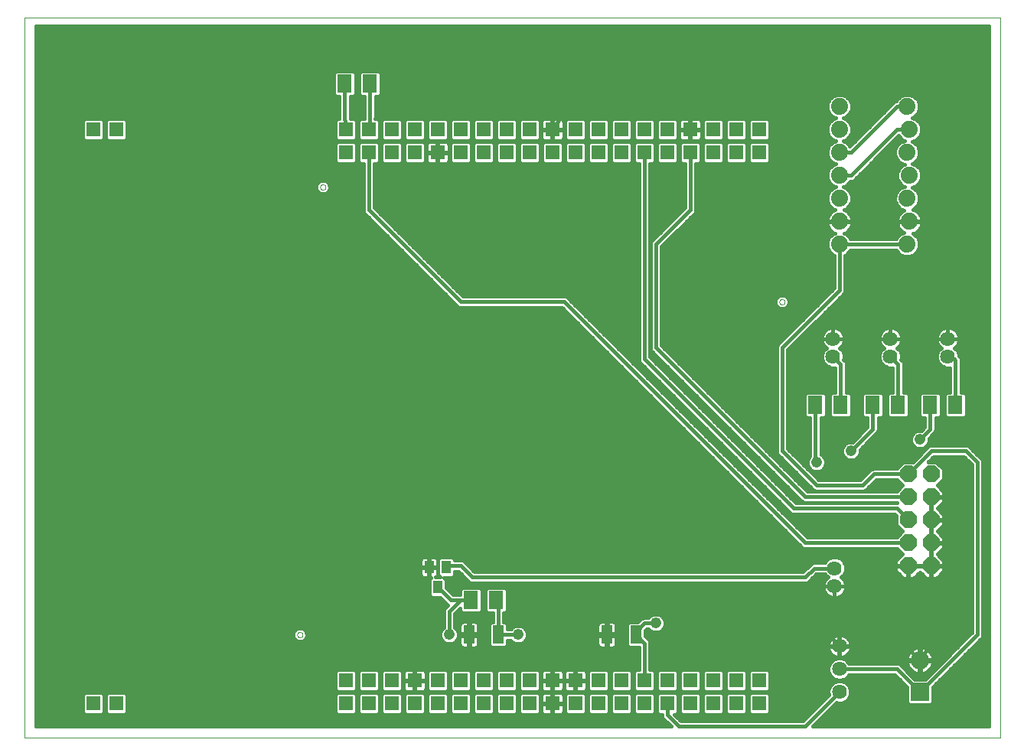
<source format=gtl>
G75*
G70*
%OFA0B0*%
%FSLAX24Y24*%
%IPPOS*%
%LPD*%
%AMOC8*
5,1,8,0,0,1.08239X$1,22.5*
%
%ADD10C,0.0000*%
%ADD11R,0.0634X0.0634*%
%ADD12C,0.0740*%
%ADD13R,0.0630X0.0787*%
%ADD14C,0.0640*%
%ADD15OC8,0.0740*%
%ADD16R,0.0800X0.0800*%
%ADD17C,0.0800*%
%ADD18R,0.0472X0.0787*%
%ADD19R,0.0394X0.0551*%
%ADD20C,0.0160*%
%ADD21C,0.0476*%
D10*
X000100Y000100D02*
X000100Y031470D01*
X042592Y031470D01*
X042592Y000100D01*
X000100Y000100D01*
X011982Y004600D02*
X011984Y004621D01*
X011990Y004641D01*
X011999Y004661D01*
X012011Y004678D01*
X012026Y004692D01*
X012044Y004704D01*
X012064Y004712D01*
X012084Y004717D01*
X012105Y004718D01*
X012126Y004715D01*
X012146Y004709D01*
X012165Y004698D01*
X012182Y004685D01*
X012195Y004669D01*
X012206Y004651D01*
X012214Y004631D01*
X012218Y004611D01*
X012218Y004589D01*
X012214Y004569D01*
X012206Y004549D01*
X012195Y004531D01*
X012182Y004515D01*
X012165Y004502D01*
X012146Y004491D01*
X012126Y004485D01*
X012105Y004482D01*
X012084Y004483D01*
X012064Y004488D01*
X012044Y004496D01*
X012026Y004508D01*
X012011Y004522D01*
X011999Y004539D01*
X011990Y004559D01*
X011984Y004579D01*
X011982Y004600D01*
X032982Y019100D02*
X032984Y019121D01*
X032990Y019141D01*
X032999Y019161D01*
X033011Y019178D01*
X033026Y019192D01*
X033044Y019204D01*
X033064Y019212D01*
X033084Y019217D01*
X033105Y019218D01*
X033126Y019215D01*
X033146Y019209D01*
X033165Y019198D01*
X033182Y019185D01*
X033195Y019169D01*
X033206Y019151D01*
X033214Y019131D01*
X033218Y019111D01*
X033218Y019089D01*
X033214Y019069D01*
X033206Y019049D01*
X033195Y019031D01*
X033182Y019015D01*
X033165Y019002D01*
X033146Y018991D01*
X033126Y018985D01*
X033105Y018982D01*
X033084Y018983D01*
X033064Y018988D01*
X033044Y018996D01*
X033026Y019008D01*
X033011Y019022D01*
X032999Y019039D01*
X032990Y019059D01*
X032984Y019079D01*
X032982Y019100D01*
X012982Y024100D02*
X012984Y024121D01*
X012990Y024141D01*
X012999Y024161D01*
X013011Y024178D01*
X013026Y024192D01*
X013044Y024204D01*
X013064Y024212D01*
X013084Y024217D01*
X013105Y024218D01*
X013126Y024215D01*
X013146Y024209D01*
X013165Y024198D01*
X013182Y024185D01*
X013195Y024169D01*
X013206Y024151D01*
X013214Y024131D01*
X013218Y024111D01*
X013218Y024089D01*
X013214Y024069D01*
X013206Y024049D01*
X013195Y024031D01*
X013182Y024015D01*
X013165Y024002D01*
X013146Y023991D01*
X013126Y023985D01*
X013105Y023982D01*
X013084Y023983D01*
X013064Y023988D01*
X013044Y023996D01*
X013026Y024008D01*
X013011Y024022D01*
X012999Y024039D01*
X012990Y024059D01*
X012984Y024079D01*
X012982Y024100D01*
D11*
X014100Y025600D03*
X015100Y025600D03*
X016100Y025600D03*
X017100Y025600D03*
X018100Y025600D03*
X019100Y025600D03*
X020100Y025600D03*
X021100Y025600D03*
X022100Y025600D03*
X023100Y025600D03*
X024100Y025600D03*
X025100Y025600D03*
X026100Y025600D03*
X027100Y025600D03*
X028100Y025600D03*
X029100Y025600D03*
X030100Y025600D03*
X031100Y025600D03*
X032100Y025600D03*
X032100Y026600D03*
X031100Y026600D03*
X030100Y026600D03*
X029100Y026600D03*
X028100Y026600D03*
X027100Y026600D03*
X026100Y026600D03*
X025100Y026600D03*
X024100Y026600D03*
X023100Y026600D03*
X022100Y026600D03*
X021100Y026600D03*
X020100Y026600D03*
X019100Y026600D03*
X018100Y026600D03*
X017100Y026600D03*
X016100Y026600D03*
X015100Y026600D03*
X014100Y026600D03*
X004100Y026600D03*
X003100Y026600D03*
X014100Y002600D03*
X015100Y002600D03*
X016100Y002600D03*
X016100Y001600D03*
X015100Y001600D03*
X014100Y001600D03*
X017100Y001600D03*
X018100Y001600D03*
X019100Y001600D03*
X019100Y002600D03*
X018100Y002600D03*
X017100Y002600D03*
X020100Y002600D03*
X021100Y002600D03*
X022100Y002600D03*
X022100Y001600D03*
X021100Y001600D03*
X020100Y001600D03*
X023100Y001600D03*
X024100Y001600D03*
X025100Y001600D03*
X025100Y002600D03*
X024100Y002600D03*
X023100Y002600D03*
X026100Y002600D03*
X027100Y002600D03*
X028100Y002600D03*
X028100Y001600D03*
X027100Y001600D03*
X026100Y001600D03*
X029100Y001600D03*
X030100Y001600D03*
X031100Y001600D03*
X031100Y002600D03*
X030100Y002600D03*
X029100Y002600D03*
X032100Y002600D03*
X032100Y001600D03*
X004100Y001600D03*
X003100Y001600D03*
D12*
X035600Y021600D03*
X035600Y022600D03*
X035600Y023600D03*
X035600Y024600D03*
X035600Y025600D03*
X035600Y026600D03*
X035600Y027600D03*
X038550Y027600D03*
X038650Y026600D03*
X038550Y025600D03*
X038650Y024600D03*
X038550Y023600D03*
X038650Y022600D03*
X038550Y021600D03*
D13*
X038151Y014600D03*
X037049Y014600D03*
X035651Y014600D03*
X034549Y014600D03*
X039549Y014600D03*
X040651Y014600D03*
X020651Y006100D03*
X019549Y006100D03*
X015151Y028600D03*
X014049Y028600D03*
D14*
X035317Y017494D03*
X035317Y016706D03*
X037817Y016706D03*
X037817Y017494D03*
X040317Y017494D03*
X040317Y016706D03*
X035383Y007494D03*
X035383Y006706D03*
X035600Y004100D03*
X035600Y003100D03*
X035600Y002100D03*
D15*
X038600Y007600D03*
X039600Y007600D03*
X039600Y008600D03*
X038600Y008600D03*
X038600Y009600D03*
X039600Y009600D03*
X039600Y010600D03*
X038600Y010600D03*
X038600Y011600D03*
X039600Y011600D03*
D16*
X039100Y002100D03*
D17*
X039100Y003478D03*
D18*
X026730Y004600D03*
X025470Y004600D03*
X020730Y004600D03*
X019470Y004600D03*
D19*
X018100Y006667D03*
X017726Y007533D03*
X018474Y007533D03*
D20*
X018541Y007600D01*
X019100Y007600D01*
X019600Y007100D01*
X034100Y007100D01*
X034494Y007494D01*
X035383Y007494D01*
X035814Y007708D02*
X038050Y007708D01*
X038050Y007620D02*
X038580Y007620D01*
X038580Y007580D01*
X038620Y007580D01*
X038620Y007620D01*
X039580Y007620D01*
X039580Y008150D01*
X039580Y008580D01*
X039620Y008580D01*
X039620Y008620D01*
X040150Y008620D01*
X040150Y008828D01*
X039878Y009100D01*
X040150Y009372D01*
X040150Y009580D01*
X039620Y009580D01*
X039620Y009620D01*
X040150Y009620D01*
X040150Y009828D01*
X039878Y010100D01*
X040150Y010372D01*
X040150Y010580D01*
X039620Y010580D01*
X039620Y010620D01*
X040150Y010620D01*
X040150Y010828D01*
X039864Y011114D01*
X040130Y011380D01*
X040130Y011820D01*
X039820Y012130D01*
X039469Y012130D01*
X039699Y012360D01*
X041001Y012360D01*
X041360Y012001D01*
X041360Y004699D01*
X039321Y002660D01*
X038879Y002660D01*
X038236Y003303D01*
X038148Y003340D01*
X036020Y003340D01*
X036007Y003372D01*
X035872Y003507D01*
X035695Y003580D01*
X035505Y003580D01*
X035328Y003507D01*
X035193Y003372D01*
X035120Y003195D01*
X035120Y003005D01*
X035193Y002828D01*
X035328Y002693D01*
X035505Y002620D01*
X035695Y002620D01*
X035872Y002693D01*
X036007Y002828D01*
X036020Y002860D01*
X038001Y002860D01*
X038540Y002321D01*
X038540Y001634D01*
X038634Y001540D01*
X039566Y001540D01*
X039660Y001634D01*
X039660Y002321D01*
X041736Y004397D01*
X041803Y004464D01*
X041840Y004552D01*
X041840Y012148D01*
X041803Y012236D01*
X041236Y012803D01*
X041148Y012840D01*
X039552Y012840D01*
X039464Y012803D01*
X038791Y012130D01*
X038380Y012130D01*
X038090Y011840D01*
X037052Y011840D01*
X036964Y011803D01*
X036501Y011340D01*
X034699Y011340D01*
X033340Y012699D01*
X033340Y017001D01*
X035736Y019397D01*
X035803Y019464D01*
X035840Y019552D01*
X035840Y021126D01*
X035900Y021151D01*
X036049Y021300D01*
X036074Y021360D01*
X038076Y021360D01*
X038101Y021300D01*
X038250Y021151D01*
X038445Y021070D01*
X038655Y021070D01*
X038850Y021151D01*
X038999Y021300D01*
X039080Y021495D01*
X039080Y021705D01*
X038999Y021900D01*
X038850Y022049D01*
X038800Y022070D01*
X038861Y022090D01*
X038938Y022130D01*
X039008Y022180D01*
X039070Y022242D01*
X039120Y022312D01*
X039160Y022389D01*
X039186Y022471D01*
X039200Y022557D01*
X039200Y022580D01*
X038670Y022580D01*
X038670Y022620D01*
X039200Y022620D01*
X039200Y022643D01*
X039186Y022729D01*
X039160Y022811D01*
X039120Y022888D01*
X039070Y022958D01*
X039008Y023020D01*
X038938Y023070D01*
X038861Y023110D01*
X038800Y023130D01*
X038850Y023151D01*
X038999Y023300D01*
X039080Y023495D01*
X039080Y023705D01*
X038999Y023900D01*
X038850Y024049D01*
X038778Y024079D01*
X038950Y024151D01*
X039099Y024300D01*
X039180Y024495D01*
X039180Y024705D01*
X039099Y024900D01*
X038950Y025049D01*
X038778Y025121D01*
X038850Y025151D01*
X038999Y025300D01*
X039080Y025495D01*
X039080Y025705D01*
X038999Y025900D01*
X038850Y026049D01*
X038778Y026079D01*
X038950Y026151D01*
X039099Y026300D01*
X039180Y026495D01*
X039180Y026705D01*
X039099Y026900D01*
X038950Y027049D01*
X038778Y027121D01*
X038850Y027151D01*
X038999Y027300D01*
X039080Y027495D01*
X039080Y027705D01*
X038999Y027900D01*
X038850Y028049D01*
X038655Y028130D01*
X038445Y028130D01*
X038250Y028049D01*
X038101Y027900D01*
X038076Y027840D01*
X038052Y027840D01*
X037964Y027803D01*
X037897Y027736D01*
X036053Y025892D01*
X036049Y025900D01*
X035900Y026049D01*
X035778Y026100D01*
X035900Y026151D01*
X036049Y026300D01*
X036130Y026495D01*
X036130Y026705D01*
X036049Y026900D01*
X035900Y027049D01*
X035778Y027100D01*
X035900Y027151D01*
X036049Y027300D01*
X036130Y027495D01*
X036130Y027705D01*
X036049Y027900D01*
X035900Y028049D01*
X035705Y028130D01*
X035495Y028130D01*
X035300Y028049D01*
X035151Y027900D01*
X035070Y027705D01*
X035070Y027495D01*
X035151Y027300D01*
X035300Y027151D01*
X035422Y027100D01*
X035300Y027049D01*
X035151Y026900D01*
X035070Y026705D01*
X035070Y026495D01*
X035151Y026300D01*
X035300Y026151D01*
X035422Y026100D01*
X035300Y026049D01*
X035151Y025900D01*
X035070Y025705D01*
X035070Y025495D01*
X035151Y025300D01*
X035300Y025151D01*
X035422Y025100D01*
X035300Y025049D01*
X035151Y024900D01*
X035070Y024705D01*
X035070Y024495D01*
X035151Y024300D01*
X035300Y024151D01*
X035422Y024100D01*
X035300Y024049D01*
X035151Y023900D01*
X035070Y023705D01*
X035070Y023495D01*
X035151Y023300D01*
X035300Y023151D01*
X035394Y023111D01*
X035389Y023110D01*
X035312Y023070D01*
X035242Y023020D01*
X035180Y022958D01*
X035130Y022888D01*
X035090Y022811D01*
X035064Y022729D01*
X035050Y022643D01*
X035050Y022620D01*
X035580Y022620D01*
X035580Y022580D01*
X035050Y022580D01*
X035050Y022557D01*
X035064Y022471D01*
X035090Y022389D01*
X035130Y022312D01*
X035180Y022242D01*
X035242Y022180D01*
X035312Y022130D01*
X035389Y022090D01*
X035394Y022089D01*
X035300Y022049D01*
X035151Y021900D01*
X035070Y021705D01*
X035070Y021495D01*
X035151Y021300D01*
X035300Y021151D01*
X035360Y021126D01*
X035360Y019699D01*
X032897Y017236D01*
X032860Y017148D01*
X032860Y012552D01*
X032897Y012464D01*
X032964Y012397D01*
X034464Y010897D01*
X034552Y010860D01*
X036648Y010860D01*
X036736Y010897D01*
X036803Y010964D01*
X037199Y011360D01*
X038090Y011360D01*
X038350Y011100D01*
X038090Y010840D01*
X034199Y010840D01*
X027840Y017199D01*
X027840Y021501D01*
X029236Y022897D01*
X029303Y022964D01*
X029340Y023052D01*
X029340Y025123D01*
X029483Y025123D01*
X029577Y025217D01*
X029577Y025983D01*
X029483Y026077D01*
X028717Y026077D01*
X028623Y025983D01*
X028623Y025217D01*
X028717Y025123D01*
X028860Y025123D01*
X028860Y023199D01*
X027397Y021736D01*
X027360Y021648D01*
X027360Y017052D01*
X027397Y016964D01*
X027464Y016897D01*
X033964Y010397D01*
X034052Y010360D01*
X038090Y010360D01*
X038110Y010340D01*
X033699Y010340D01*
X027340Y016699D01*
X027340Y025123D01*
X027483Y025123D01*
X027577Y025217D01*
X027577Y025983D01*
X027483Y026077D01*
X026717Y026077D01*
X026623Y025983D01*
X026623Y025217D01*
X026717Y025123D01*
X026860Y025123D01*
X026860Y016552D01*
X026897Y016464D01*
X026964Y016397D01*
X033464Y009897D01*
X033552Y009860D01*
X038001Y009860D01*
X038070Y009791D01*
X038070Y009380D01*
X038350Y009100D01*
X038090Y008840D01*
X034199Y008840D01*
X023803Y019236D01*
X023736Y019303D01*
X023648Y019340D01*
X019199Y019340D01*
X015340Y023199D01*
X015340Y025123D01*
X015483Y025123D01*
X015577Y025217D01*
X015577Y025983D01*
X015483Y026077D01*
X014717Y026077D01*
X014623Y025983D01*
X014623Y025217D01*
X014717Y025123D01*
X014860Y025123D01*
X014860Y023052D01*
X014897Y022964D01*
X014964Y022897D01*
X018964Y018897D01*
X019052Y018860D01*
X023501Y018860D01*
X033897Y008464D01*
X033964Y008397D01*
X034052Y008360D01*
X038090Y008360D01*
X038336Y008114D01*
X038050Y007828D01*
X038050Y007620D01*
X038050Y007580D02*
X038050Y007372D01*
X038372Y007050D01*
X038580Y007050D01*
X038580Y007580D01*
X038050Y007580D01*
X038050Y007550D02*
X035863Y007550D01*
X035863Y007589D02*
X035790Y007766D01*
X035655Y007901D01*
X035479Y007974D01*
X035288Y007974D01*
X035112Y007901D01*
X034977Y007766D01*
X034963Y007734D01*
X034446Y007734D01*
X034358Y007697D01*
X034001Y007340D01*
X019699Y007340D01*
X019303Y007736D01*
X019236Y007803D01*
X019148Y007840D01*
X018831Y007840D01*
X018831Y007875D01*
X018737Y007969D01*
X018211Y007969D01*
X018117Y007875D01*
X018117Y007191D01*
X018206Y007103D01*
X018014Y007103D01*
X018033Y007113D01*
X018067Y007147D01*
X018091Y007188D01*
X018103Y007234D01*
X018103Y007515D01*
X017744Y007515D01*
X017744Y007077D01*
X017812Y007077D01*
X017743Y007009D01*
X017743Y006325D01*
X017837Y006231D01*
X018196Y006231D01*
X018531Y005897D01*
X018549Y005889D01*
X018464Y005803D01*
X018397Y005736D01*
X018360Y005648D01*
X018360Y004923D01*
X018263Y004825D01*
X018202Y004679D01*
X018202Y004521D01*
X018263Y004375D01*
X018375Y004263D01*
X018521Y004202D01*
X018679Y004202D01*
X018825Y004263D01*
X018937Y004375D01*
X018998Y004521D01*
X018998Y004679D01*
X018937Y004825D01*
X018840Y004923D01*
X018840Y005501D01*
X019074Y005734D01*
X019074Y005640D01*
X019168Y005546D01*
X019930Y005546D01*
X020024Y005640D01*
X020024Y006560D01*
X019930Y006654D01*
X019168Y006654D01*
X019074Y006560D01*
X019074Y006340D01*
X018766Y006340D01*
X018457Y006649D01*
X018457Y007009D01*
X018368Y007097D01*
X018737Y007097D01*
X018831Y007191D01*
X018831Y007360D01*
X019001Y007360D01*
X019464Y006897D01*
X019552Y006860D01*
X034148Y006860D01*
X034236Y006897D01*
X034303Y006964D01*
X034593Y007254D01*
X034963Y007254D01*
X034977Y007222D01*
X035088Y007110D01*
X035058Y007088D01*
X035002Y007032D01*
X034956Y006968D01*
X034920Y006898D01*
X034896Y006823D01*
X034883Y006746D01*
X034883Y006706D01*
X034883Y006667D01*
X034896Y006589D01*
X034920Y006514D01*
X034956Y006444D01*
X035002Y006381D01*
X035058Y006325D01*
X035121Y006279D01*
X035192Y006243D01*
X035266Y006219D01*
X035344Y006206D01*
X035383Y006206D01*
X035383Y006706D01*
X034883Y006706D01*
X035383Y006706D01*
X035383Y006706D01*
X035383Y006706D01*
X035383Y006206D01*
X035423Y006206D01*
X035501Y006219D01*
X035575Y006243D01*
X035646Y006279D01*
X035709Y006325D01*
X035765Y006381D01*
X035811Y006444D01*
X035847Y006514D01*
X035871Y006589D01*
X035883Y006667D01*
X035883Y006706D01*
X035383Y006706D01*
X035383Y006706D01*
X035883Y006706D01*
X035883Y006746D01*
X035871Y006823D01*
X035847Y006898D01*
X035811Y006968D01*
X035765Y007032D01*
X035709Y007088D01*
X035679Y007110D01*
X035790Y007222D01*
X035863Y007398D01*
X035863Y007589D01*
X035860Y007391D02*
X038050Y007391D01*
X038190Y007233D02*
X035795Y007233D01*
X035723Y007074D02*
X038348Y007074D01*
X038580Y007074D02*
X038620Y007074D01*
X038620Y007050D02*
X038828Y007050D01*
X039100Y007322D01*
X039372Y007050D01*
X039580Y007050D01*
X039580Y007580D01*
X039620Y007580D01*
X039620Y007620D01*
X040150Y007620D01*
X040150Y007828D01*
X039878Y008100D01*
X040150Y008372D01*
X040150Y008580D01*
X039620Y008580D01*
X039620Y007620D01*
X039580Y007620D01*
X039580Y007580D01*
X039050Y007580D01*
X038620Y007580D01*
X038620Y007050D01*
X038620Y007233D02*
X038580Y007233D01*
X038580Y007391D02*
X038620Y007391D01*
X038620Y007550D02*
X038580Y007550D01*
X038600Y007600D02*
X039600Y007600D01*
X039600Y008600D01*
X039600Y009600D01*
X039600Y010600D01*
X039620Y010580D02*
X039620Y009620D01*
X039580Y009620D01*
X039580Y010150D01*
X039580Y010580D01*
X039620Y010580D01*
X039620Y010561D02*
X039580Y010561D01*
X039580Y010403D02*
X039620Y010403D01*
X039620Y010244D02*
X039580Y010244D01*
X039580Y010086D02*
X039620Y010086D01*
X039620Y009927D02*
X039580Y009927D01*
X039580Y009769D02*
X039620Y009769D01*
X039620Y009610D02*
X041360Y009610D01*
X041360Y009452D02*
X040150Y009452D01*
X040071Y009293D02*
X041360Y009293D01*
X041360Y009135D02*
X039912Y009135D01*
X040002Y008976D02*
X041360Y008976D01*
X041360Y008818D02*
X040150Y008818D01*
X040150Y008659D02*
X041360Y008659D01*
X041360Y008501D02*
X040150Y008501D01*
X040120Y008342D02*
X041360Y008342D01*
X041360Y008184D02*
X039961Y008184D01*
X039953Y008025D02*
X041360Y008025D01*
X041360Y007867D02*
X040111Y007867D01*
X040150Y007708D02*
X041360Y007708D01*
X041360Y007550D02*
X040150Y007550D01*
X040150Y007580D02*
X039620Y007580D01*
X039620Y007050D01*
X039828Y007050D01*
X040150Y007372D01*
X040150Y007580D01*
X040150Y007391D02*
X041360Y007391D01*
X041360Y007233D02*
X040010Y007233D01*
X039852Y007074D02*
X041360Y007074D01*
X041360Y006916D02*
X035838Y006916D01*
X035882Y006757D02*
X041360Y006757D01*
X041360Y006599D02*
X035873Y006599D01*
X035808Y006440D02*
X041360Y006440D01*
X041360Y006282D02*
X035649Y006282D01*
X035383Y006282D02*
X035383Y006282D01*
X035383Y006440D02*
X035383Y006440D01*
X035383Y006599D02*
X035383Y006599D01*
X035117Y006282D02*
X021126Y006282D01*
X021126Y006440D02*
X034959Y006440D01*
X034894Y006599D02*
X021088Y006599D01*
X021126Y006560D02*
X021032Y006654D01*
X020270Y006654D01*
X020176Y006560D01*
X020176Y005640D01*
X020270Y005546D01*
X020490Y005546D01*
X020490Y005154D01*
X020427Y005154D01*
X020334Y005060D01*
X020334Y004140D01*
X020427Y004046D01*
X021032Y004046D01*
X021126Y004140D01*
X021126Y004360D01*
X021277Y004360D01*
X021375Y004263D01*
X021521Y004202D01*
X021679Y004202D01*
X021825Y004263D01*
X021937Y004375D01*
X021998Y004521D01*
X021998Y004679D01*
X021937Y004825D01*
X021825Y004937D01*
X021679Y004998D01*
X021521Y004998D01*
X021375Y004937D01*
X021277Y004840D01*
X021126Y004840D01*
X021126Y005060D01*
X021032Y005154D01*
X020970Y005154D01*
X020970Y005546D01*
X021032Y005546D01*
X021126Y005640D01*
X021126Y006560D01*
X021126Y006123D02*
X041360Y006123D01*
X041360Y005965D02*
X021126Y005965D01*
X021126Y005806D02*
X041360Y005806D01*
X041360Y005648D02*
X021126Y005648D01*
X020970Y005489D02*
X027500Y005489D01*
X027521Y005498D02*
X027375Y005437D01*
X027277Y005340D01*
X027052Y005340D01*
X026964Y005303D01*
X026897Y005236D01*
X026814Y005154D01*
X026427Y005154D01*
X026334Y005060D01*
X026334Y004140D01*
X026427Y004046D01*
X026860Y004046D01*
X026860Y003077D01*
X026717Y003077D01*
X026623Y002983D01*
X026623Y002217D01*
X026717Y002123D01*
X027483Y002123D01*
X027577Y002217D01*
X027577Y002983D01*
X027483Y003077D01*
X027340Y003077D01*
X027340Y004278D01*
X027303Y004366D01*
X027126Y004543D01*
X027126Y004787D01*
X027199Y004860D01*
X027277Y004860D01*
X027375Y004763D01*
X027521Y004702D01*
X027679Y004702D01*
X027825Y004763D01*
X027937Y004875D01*
X027998Y005021D01*
X027998Y005179D01*
X027937Y005325D01*
X027825Y005437D01*
X027679Y005498D01*
X027521Y005498D01*
X027700Y005489D02*
X041360Y005489D01*
X041360Y005331D02*
X027932Y005331D01*
X027998Y005172D02*
X041360Y005172D01*
X041360Y005014D02*
X027995Y005014D01*
X027918Y004855D02*
X041360Y004855D01*
X041357Y004697D02*
X027126Y004697D01*
X027131Y004538D02*
X035358Y004538D01*
X035338Y004528D02*
X035274Y004481D01*
X035219Y004426D01*
X035172Y004362D01*
X035137Y004292D01*
X035112Y004217D01*
X035100Y004139D01*
X035100Y004120D01*
X035580Y004120D01*
X035580Y004600D01*
X035561Y004600D01*
X035483Y004588D01*
X035408Y004563D01*
X035338Y004528D01*
X035185Y004380D02*
X027290Y004380D01*
X027340Y004221D02*
X035114Y004221D01*
X035100Y004080D02*
X035100Y004061D01*
X035112Y003983D01*
X035137Y003908D01*
X035172Y003838D01*
X035219Y003774D01*
X035274Y003719D01*
X035338Y003672D01*
X035408Y003637D01*
X035483Y003612D01*
X035561Y003600D01*
X035580Y003600D01*
X035580Y004080D01*
X035620Y004080D01*
X035620Y004120D01*
X036100Y004120D01*
X036100Y004139D01*
X036088Y004217D01*
X036063Y004292D01*
X036028Y004362D01*
X035981Y004426D01*
X035926Y004481D01*
X035862Y004528D01*
X035792Y004563D01*
X035717Y004588D01*
X035639Y004600D01*
X035620Y004600D01*
X035620Y004120D01*
X035580Y004120D01*
X035580Y004080D01*
X035100Y004080D01*
X035100Y004063D02*
X027340Y004063D01*
X027340Y003904D02*
X035139Y003904D01*
X035247Y003746D02*
X027340Y003746D01*
X027340Y003587D02*
X038530Y003587D01*
X038534Y003614D02*
X038520Y003524D01*
X038520Y003516D01*
X039062Y003516D01*
X039062Y004058D01*
X039054Y004058D01*
X038964Y004044D01*
X038877Y004015D01*
X038796Y003974D01*
X038722Y003920D01*
X038658Y003856D01*
X038604Y003782D01*
X038562Y003701D01*
X038534Y003614D01*
X038585Y003746D02*
X035953Y003746D01*
X035926Y003719D02*
X035981Y003774D01*
X036028Y003838D01*
X036063Y003908D01*
X036088Y003983D01*
X036100Y004061D01*
X036100Y004080D01*
X035620Y004080D01*
X035620Y003600D01*
X035639Y003600D01*
X035717Y003612D01*
X035792Y003637D01*
X035862Y003672D01*
X035926Y003719D01*
X036061Y003904D02*
X038706Y003904D01*
X038478Y004100D02*
X038978Y003600D01*
X039100Y003600D01*
X039600Y004100D01*
X039600Y007600D01*
X039580Y007550D02*
X039620Y007550D01*
X039620Y007708D02*
X039580Y007708D01*
X039580Y007867D02*
X039620Y007867D01*
X039620Y008025D02*
X039580Y008025D01*
X039580Y008184D02*
X039620Y008184D01*
X039620Y008342D02*
X039580Y008342D01*
X039580Y008501D02*
X039620Y008501D01*
X039620Y008620D02*
X039580Y008620D01*
X039580Y009150D01*
X039580Y009580D01*
X039620Y009580D01*
X039620Y008620D01*
X039620Y008659D02*
X039580Y008659D01*
X039580Y008818D02*
X039620Y008818D01*
X039620Y008976D02*
X039580Y008976D01*
X039580Y009135D02*
X039620Y009135D01*
X039620Y009293D02*
X039580Y009293D01*
X039580Y009452D02*
X039620Y009452D01*
X040150Y009769D02*
X041360Y009769D01*
X041360Y009927D02*
X040051Y009927D01*
X039892Y010086D02*
X041360Y010086D01*
X041360Y010244D02*
X040022Y010244D01*
X040150Y010403D02*
X041360Y010403D01*
X041360Y010561D02*
X040150Y010561D01*
X040150Y010720D02*
X041360Y010720D01*
X041360Y010878D02*
X040100Y010878D01*
X039941Y011037D02*
X041360Y011037D01*
X041360Y011195D02*
X039945Y011195D01*
X040103Y011354D02*
X041360Y011354D01*
X041360Y011512D02*
X040130Y011512D01*
X040130Y011671D02*
X041360Y011671D01*
X041360Y011829D02*
X040121Y011829D01*
X039962Y011988D02*
X041360Y011988D01*
X041215Y012146D02*
X039485Y012146D01*
X039644Y012305D02*
X041056Y012305D01*
X041100Y012600D02*
X041600Y012100D01*
X041600Y004600D01*
X039100Y002100D01*
X038100Y003100D01*
X035600Y003100D01*
X035120Y003112D02*
X027340Y003112D01*
X027340Y003270D02*
X035151Y003270D01*
X035250Y003429D02*
X027340Y003429D01*
X027717Y003077D02*
X027623Y002983D01*
X027623Y002217D01*
X027717Y002123D01*
X028483Y002123D01*
X028577Y002217D01*
X028577Y002983D01*
X028483Y003077D01*
X027717Y003077D01*
X027623Y002953D02*
X027577Y002953D01*
X027577Y002795D02*
X027623Y002795D01*
X027623Y002636D02*
X027577Y002636D01*
X027577Y002478D02*
X027623Y002478D01*
X027623Y002319D02*
X027577Y002319D01*
X027520Y002161D02*
X027680Y002161D01*
X027717Y002077D02*
X027623Y001983D01*
X027623Y001217D01*
X027717Y001123D01*
X027860Y001123D01*
X027860Y001052D01*
X027897Y000964D01*
X028261Y000600D01*
X000600Y000600D01*
X000600Y031100D01*
X042100Y031100D01*
X042100Y000600D01*
X034439Y000600D01*
X035473Y001633D01*
X035505Y001620D01*
X035695Y001620D01*
X035872Y001693D01*
X036007Y001828D01*
X036080Y002005D01*
X036080Y002195D01*
X036007Y002372D01*
X035872Y002507D01*
X035695Y002580D01*
X035505Y002580D01*
X035328Y002507D01*
X035193Y002372D01*
X035120Y002195D01*
X035120Y002005D01*
X035133Y001973D01*
X034001Y000840D01*
X028699Y000840D01*
X028416Y001123D01*
X028483Y001123D01*
X028577Y001217D01*
X028577Y001983D01*
X028483Y002077D01*
X027717Y002077D01*
X027642Y002002D02*
X027558Y002002D01*
X027577Y001983D02*
X027483Y002077D01*
X026717Y002077D01*
X026623Y001983D01*
X026623Y001217D01*
X026717Y001123D01*
X027483Y001123D01*
X027577Y001217D01*
X027577Y001983D01*
X027577Y001844D02*
X027623Y001844D01*
X027623Y001685D02*
X027577Y001685D01*
X027577Y001527D02*
X027623Y001527D01*
X027623Y001368D02*
X027577Y001368D01*
X027569Y001210D02*
X027631Y001210D01*
X027861Y001051D02*
X000600Y001051D01*
X000600Y000893D02*
X027968Y000893D01*
X028127Y000734D02*
X000600Y000734D01*
X000600Y001210D02*
X002631Y001210D01*
X002623Y001217D02*
X002717Y001123D01*
X003483Y001123D01*
X003577Y001217D01*
X003577Y001983D01*
X003483Y002077D01*
X002717Y002077D01*
X002623Y001983D01*
X002623Y001217D01*
X002623Y001368D02*
X000600Y001368D01*
X000600Y001527D02*
X002623Y001527D01*
X002623Y001685D02*
X000600Y001685D01*
X000600Y001844D02*
X002623Y001844D01*
X002642Y002002D02*
X000600Y002002D01*
X000600Y002161D02*
X013680Y002161D01*
X013717Y002123D02*
X014483Y002123D01*
X014577Y002217D01*
X014577Y002983D01*
X014483Y003077D01*
X013717Y003077D01*
X013623Y002983D01*
X013623Y002217D01*
X013717Y002123D01*
X013717Y002077D02*
X013623Y001983D01*
X013623Y001217D01*
X013717Y001123D01*
X014483Y001123D01*
X014577Y001217D01*
X014577Y001983D01*
X014483Y002077D01*
X013717Y002077D01*
X013642Y002002D02*
X004558Y002002D01*
X004577Y001983D02*
X004483Y002077D01*
X003717Y002077D01*
X003623Y001983D01*
X003623Y001217D01*
X003717Y001123D01*
X004483Y001123D01*
X004577Y001217D01*
X004577Y001983D01*
X004577Y001844D02*
X013623Y001844D01*
X013623Y001685D02*
X004577Y001685D01*
X004577Y001527D02*
X013623Y001527D01*
X013623Y001368D02*
X004577Y001368D01*
X004569Y001210D02*
X013631Y001210D01*
X014569Y001210D02*
X014631Y001210D01*
X014623Y001217D02*
X014717Y001123D01*
X015483Y001123D01*
X015577Y001217D01*
X015577Y001983D01*
X015483Y002077D01*
X014717Y002077D01*
X014623Y001983D01*
X014623Y001217D01*
X014623Y001368D02*
X014577Y001368D01*
X014577Y001527D02*
X014623Y001527D01*
X014623Y001685D02*
X014577Y001685D01*
X014577Y001844D02*
X014623Y001844D01*
X014642Y002002D02*
X014558Y002002D01*
X014520Y002161D02*
X014680Y002161D01*
X014717Y002123D02*
X015483Y002123D01*
X015577Y002217D01*
X015577Y002983D01*
X015483Y003077D01*
X014717Y003077D01*
X014623Y002983D01*
X014623Y002217D01*
X014717Y002123D01*
X014623Y002319D02*
X014577Y002319D01*
X014577Y002478D02*
X014623Y002478D01*
X014623Y002636D02*
X014577Y002636D01*
X014577Y002795D02*
X014623Y002795D01*
X014623Y002953D02*
X014577Y002953D01*
X015577Y002953D02*
X015623Y002953D01*
X015623Y002983D02*
X015623Y002217D01*
X015717Y002123D01*
X016483Y002123D01*
X016577Y002217D01*
X016577Y002983D01*
X016483Y003077D01*
X015717Y003077D01*
X015623Y002983D01*
X015623Y002795D02*
X015577Y002795D01*
X015577Y002636D02*
X015623Y002636D01*
X015623Y002478D02*
X015577Y002478D01*
X015577Y002319D02*
X015623Y002319D01*
X015680Y002161D02*
X015520Y002161D01*
X015558Y002002D02*
X015642Y002002D01*
X015623Y001983D02*
X015623Y001217D01*
X015717Y001123D01*
X016483Y001123D01*
X016577Y001217D01*
X016577Y001983D01*
X016483Y002077D01*
X015717Y002077D01*
X015623Y001983D01*
X015623Y001844D02*
X015577Y001844D01*
X015577Y001685D02*
X015623Y001685D01*
X015623Y001527D02*
X015577Y001527D01*
X015577Y001368D02*
X015623Y001368D01*
X015631Y001210D02*
X015569Y001210D01*
X016569Y001210D02*
X016631Y001210D01*
X016623Y001217D02*
X016717Y001123D01*
X017483Y001123D01*
X017577Y001217D01*
X017577Y001983D01*
X017483Y002077D01*
X016717Y002077D01*
X016623Y001983D01*
X016623Y001217D01*
X016623Y001368D02*
X016577Y001368D01*
X016577Y001527D02*
X016623Y001527D01*
X016623Y001685D02*
X016577Y001685D01*
X016577Y001844D02*
X016623Y001844D01*
X016642Y002002D02*
X016558Y002002D01*
X016520Y002161D02*
X016651Y002161D01*
X016639Y002173D02*
X016673Y002139D01*
X016714Y002115D01*
X016759Y002103D01*
X017082Y002103D01*
X017082Y002582D01*
X017118Y002582D01*
X017118Y002618D01*
X017082Y002618D01*
X017082Y003097D01*
X016759Y003097D01*
X016714Y003085D01*
X016673Y003061D01*
X016639Y003027D01*
X016615Y002986D01*
X016603Y002941D01*
X016603Y002618D01*
X017082Y002618D01*
X017082Y002582D01*
X016603Y002582D01*
X016603Y002259D01*
X016615Y002214D01*
X016639Y002173D01*
X016603Y002319D02*
X016577Y002319D01*
X016577Y002478D02*
X016603Y002478D01*
X016603Y002636D02*
X016577Y002636D01*
X016577Y002795D02*
X016603Y002795D01*
X016606Y002953D02*
X016577Y002953D01*
X017082Y002953D02*
X017118Y002953D01*
X017118Y003097D02*
X017118Y002618D01*
X017597Y002618D01*
X017597Y002941D01*
X017585Y002986D01*
X017561Y003027D01*
X017527Y003061D01*
X017486Y003085D01*
X017441Y003097D01*
X017118Y003097D01*
X017100Y003100D02*
X017600Y003600D01*
X019600Y003600D01*
X019470Y003730D01*
X019470Y004600D01*
X019432Y004638D02*
X019432Y004562D01*
X019054Y004562D01*
X019054Y004183D01*
X019066Y004137D01*
X019090Y004096D01*
X019123Y004062D01*
X019164Y004039D01*
X019210Y004026D01*
X019432Y004026D01*
X019432Y004562D01*
X019508Y004562D01*
X019508Y004026D01*
X019730Y004026D01*
X019776Y004039D01*
X019817Y004062D01*
X019850Y004096D01*
X019874Y004137D01*
X019886Y004183D01*
X019886Y004562D01*
X019508Y004562D01*
X019508Y004638D01*
X019432Y004638D01*
X019054Y004638D01*
X019054Y005017D01*
X019066Y005063D01*
X019090Y005104D01*
X019123Y005138D01*
X019164Y005161D01*
X019210Y005174D01*
X019432Y005174D01*
X019432Y004638D01*
X019432Y004697D02*
X019508Y004697D01*
X019508Y004638D02*
X019508Y005174D01*
X019730Y005174D01*
X019776Y005161D01*
X019817Y005138D01*
X019850Y005104D01*
X019874Y005063D01*
X019886Y005017D01*
X019886Y004638D01*
X019508Y004638D01*
X019508Y004538D02*
X019432Y004538D01*
X019432Y004380D02*
X019508Y004380D01*
X019508Y004221D02*
X019432Y004221D01*
X019432Y004063D02*
X019508Y004063D01*
X019817Y004063D02*
X020411Y004063D01*
X020334Y004221D02*
X019886Y004221D01*
X019886Y004380D02*
X020334Y004380D01*
X020334Y004538D02*
X019886Y004538D01*
X019886Y004697D02*
X020334Y004697D01*
X020334Y004855D02*
X019886Y004855D01*
X019886Y005014D02*
X020334Y005014D01*
X020490Y005172D02*
X019736Y005172D01*
X019508Y005172D02*
X019432Y005172D01*
X019432Y005014D02*
X019508Y005014D01*
X019508Y004855D02*
X019432Y004855D01*
X019054Y004855D02*
X018908Y004855D01*
X018840Y005014D02*
X019054Y005014D01*
X019204Y005172D02*
X018840Y005172D01*
X018840Y005331D02*
X020490Y005331D01*
X020490Y005489D02*
X018840Y005489D01*
X018987Y005648D02*
X019074Y005648D01*
X019100Y006100D02*
X018600Y005600D01*
X018600Y004600D01*
X018725Y004221D02*
X019054Y004221D01*
X019054Y004380D02*
X018939Y004380D01*
X018998Y004538D02*
X019054Y004538D01*
X019054Y004697D02*
X018991Y004697D01*
X018475Y004221D02*
X000600Y004221D01*
X000600Y004063D02*
X019123Y004063D01*
X019600Y003600D02*
X023100Y003600D01*
X023100Y002600D01*
X024100Y002600D01*
X024118Y002618D02*
X024082Y002618D01*
X024082Y003097D01*
X023759Y003097D01*
X023714Y003085D01*
X023673Y003061D01*
X023639Y003027D01*
X023615Y002986D01*
X023603Y002941D01*
X023603Y002618D01*
X024082Y002618D01*
X024082Y002582D01*
X024118Y002582D01*
X024118Y002618D01*
X024118Y003097D01*
X024441Y003097D01*
X024486Y003085D01*
X024527Y003061D01*
X024561Y003027D01*
X024585Y002986D01*
X024597Y002941D01*
X024597Y002618D01*
X024118Y002618D01*
X024118Y002636D02*
X024082Y002636D01*
X024082Y002582D02*
X023603Y002582D01*
X023603Y002259D01*
X023615Y002214D01*
X023639Y002173D01*
X023673Y002139D01*
X023714Y002115D01*
X023759Y002103D01*
X024082Y002103D01*
X024082Y002582D01*
X024118Y002582D02*
X024118Y002103D01*
X024441Y002103D01*
X024486Y002115D01*
X024527Y002139D01*
X024561Y002173D01*
X024585Y002214D01*
X024597Y002259D01*
X024597Y002582D01*
X024118Y002582D01*
X024118Y002478D02*
X024082Y002478D01*
X024082Y002319D02*
X024118Y002319D01*
X024118Y002161D02*
X024082Y002161D01*
X023717Y002077D02*
X023623Y001983D01*
X023623Y001217D01*
X023717Y001123D01*
X024483Y001123D01*
X024577Y001217D01*
X024577Y001983D01*
X024483Y002077D01*
X023717Y002077D01*
X023642Y002002D02*
X023576Y002002D01*
X023585Y001986D02*
X023561Y002027D01*
X023527Y002061D01*
X023486Y002085D01*
X023441Y002097D01*
X023118Y002097D01*
X023118Y001618D01*
X023082Y001618D01*
X023082Y002097D01*
X022759Y002097D01*
X022714Y002085D01*
X022673Y002061D01*
X022639Y002027D01*
X022615Y001986D01*
X022603Y001941D01*
X022603Y001618D01*
X023082Y001618D01*
X023082Y001582D01*
X023118Y001582D01*
X023118Y001618D01*
X023597Y001618D01*
X023597Y001941D01*
X023585Y001986D01*
X023597Y001844D02*
X023623Y001844D01*
X023623Y001685D02*
X023597Y001685D01*
X023597Y001582D02*
X023118Y001582D01*
X023118Y001103D01*
X023441Y001103D01*
X023486Y001115D01*
X023527Y001139D01*
X023561Y001173D01*
X023585Y001214D01*
X023597Y001259D01*
X023597Y001582D01*
X023597Y001527D02*
X023623Y001527D01*
X023623Y001368D02*
X023597Y001368D01*
X023582Y001210D02*
X023631Y001210D01*
X023118Y001210D02*
X023082Y001210D01*
X023082Y001103D02*
X023082Y001582D01*
X022603Y001582D01*
X022603Y001259D01*
X022615Y001214D01*
X022639Y001173D01*
X022673Y001139D01*
X022714Y001115D01*
X022759Y001103D01*
X023082Y001103D01*
X023082Y001368D02*
X023118Y001368D01*
X023118Y001527D02*
X023082Y001527D01*
X023100Y001600D02*
X023100Y002600D01*
X023118Y002618D02*
X023082Y002618D01*
X023082Y003097D01*
X022759Y003097D01*
X022714Y003085D01*
X022673Y003061D01*
X022639Y003027D01*
X022615Y002986D01*
X022603Y002941D01*
X022603Y002618D01*
X023082Y002618D01*
X023082Y002582D01*
X023118Y002582D01*
X023118Y002618D01*
X023118Y003097D01*
X023441Y003097D01*
X023486Y003085D01*
X023527Y003061D01*
X023561Y003027D01*
X023585Y002986D01*
X023597Y002941D01*
X023597Y002618D01*
X023118Y002618D01*
X023118Y002636D02*
X023082Y002636D01*
X023082Y002582D02*
X022603Y002582D01*
X022603Y002259D01*
X022615Y002214D01*
X022639Y002173D01*
X022673Y002139D01*
X022714Y002115D01*
X022759Y002103D01*
X023082Y002103D01*
X023082Y002582D01*
X023118Y002582D02*
X023118Y002103D01*
X023441Y002103D01*
X023486Y002115D01*
X023527Y002139D01*
X023561Y002173D01*
X023585Y002214D01*
X023597Y002259D01*
X023597Y002582D01*
X023118Y002582D01*
X023118Y002478D02*
X023082Y002478D01*
X023082Y002319D02*
X023118Y002319D01*
X023118Y002161D02*
X023082Y002161D01*
X023082Y002002D02*
X023118Y002002D01*
X023118Y001844D02*
X023082Y001844D01*
X023082Y001685D02*
X023118Y001685D01*
X023549Y002161D02*
X023651Y002161D01*
X023603Y002319D02*
X023597Y002319D01*
X023597Y002478D02*
X023603Y002478D01*
X023597Y002636D02*
X023603Y002636D01*
X023597Y002795D02*
X023603Y002795D01*
X023594Y002953D02*
X023606Y002953D01*
X024082Y002953D02*
X024118Y002953D01*
X024118Y002795D02*
X024082Y002795D01*
X024597Y002795D02*
X024623Y002795D01*
X024623Y002953D02*
X024594Y002953D01*
X024623Y002983D02*
X024623Y002217D01*
X024717Y002123D01*
X025483Y002123D01*
X025577Y002217D01*
X025577Y002983D01*
X025483Y003077D01*
X024717Y003077D01*
X024623Y002983D01*
X024597Y002636D02*
X024623Y002636D01*
X024623Y002478D02*
X024597Y002478D01*
X024597Y002319D02*
X024623Y002319D01*
X024680Y002161D02*
X024549Y002161D01*
X024558Y002002D02*
X024642Y002002D01*
X024623Y001983D02*
X024623Y001217D01*
X024717Y001123D01*
X025483Y001123D01*
X025577Y001217D01*
X025577Y001983D01*
X025483Y002077D01*
X024717Y002077D01*
X024623Y001983D01*
X024623Y001844D02*
X024577Y001844D01*
X024577Y001685D02*
X024623Y001685D01*
X024623Y001527D02*
X024577Y001527D01*
X024577Y001368D02*
X024623Y001368D01*
X024631Y001210D02*
X024569Y001210D01*
X025569Y001210D02*
X025631Y001210D01*
X025623Y001217D02*
X025717Y001123D01*
X026483Y001123D01*
X026577Y001217D01*
X026577Y001983D01*
X026483Y002077D01*
X025717Y002077D01*
X025623Y001983D01*
X025623Y001217D01*
X025623Y001368D02*
X025577Y001368D01*
X025577Y001527D02*
X025623Y001527D01*
X025623Y001685D02*
X025577Y001685D01*
X025577Y001844D02*
X025623Y001844D01*
X025642Y002002D02*
X025558Y002002D01*
X025520Y002161D02*
X025680Y002161D01*
X025717Y002123D02*
X026483Y002123D01*
X026577Y002217D01*
X026577Y002983D01*
X026483Y003077D01*
X025717Y003077D01*
X025623Y002983D01*
X025623Y002217D01*
X025717Y002123D01*
X025623Y002319D02*
X025577Y002319D01*
X025577Y002478D02*
X025623Y002478D01*
X025623Y002636D02*
X025577Y002636D01*
X025577Y002795D02*
X025623Y002795D01*
X025623Y002953D02*
X025577Y002953D01*
X026577Y002953D02*
X026623Y002953D01*
X026623Y002795D02*
X026577Y002795D01*
X026577Y002636D02*
X026623Y002636D01*
X026623Y002478D02*
X026577Y002478D01*
X026577Y002319D02*
X026623Y002319D01*
X026680Y002161D02*
X026520Y002161D01*
X026558Y002002D02*
X026642Y002002D01*
X026623Y001844D02*
X026577Y001844D01*
X026577Y001685D02*
X026623Y001685D01*
X026623Y001527D02*
X026577Y001527D01*
X026577Y001368D02*
X026623Y001368D01*
X026631Y001210D02*
X026569Y001210D01*
X028100Y001100D02*
X028600Y000600D01*
X034100Y000600D01*
X035600Y002100D01*
X035171Y002319D02*
X032577Y002319D01*
X032577Y002217D02*
X032577Y002983D01*
X032483Y003077D01*
X031717Y003077D01*
X031623Y002983D01*
X031623Y002217D01*
X031717Y002123D01*
X032483Y002123D01*
X032577Y002217D01*
X032520Y002161D02*
X035120Y002161D01*
X035121Y002002D02*
X032558Y002002D01*
X032577Y001983D02*
X032483Y002077D01*
X031717Y002077D01*
X031623Y001983D01*
X031623Y001217D01*
X031717Y001123D01*
X032483Y001123D01*
X032577Y001217D01*
X032577Y001983D01*
X032577Y001844D02*
X035004Y001844D01*
X034846Y001685D02*
X032577Y001685D01*
X032577Y001527D02*
X034687Y001527D01*
X034529Y001368D02*
X032577Y001368D01*
X032569Y001210D02*
X034370Y001210D01*
X034212Y001051D02*
X028488Y001051D01*
X028569Y001210D02*
X028631Y001210D01*
X028623Y001217D02*
X028717Y001123D01*
X029483Y001123D01*
X029577Y001217D01*
X029577Y001983D01*
X029483Y002077D01*
X028717Y002077D01*
X028623Y001983D01*
X028623Y001217D01*
X028623Y001368D02*
X028577Y001368D01*
X028577Y001527D02*
X028623Y001527D01*
X028623Y001685D02*
X028577Y001685D01*
X028577Y001844D02*
X028623Y001844D01*
X028642Y002002D02*
X028558Y002002D01*
X028520Y002161D02*
X028680Y002161D01*
X028717Y002123D02*
X029483Y002123D01*
X029577Y002217D01*
X029577Y002983D01*
X029483Y003077D01*
X028717Y003077D01*
X028623Y002983D01*
X028623Y002217D01*
X028717Y002123D01*
X028623Y002319D02*
X028577Y002319D01*
X028577Y002478D02*
X028623Y002478D01*
X028623Y002636D02*
X028577Y002636D01*
X028577Y002795D02*
X028623Y002795D01*
X028623Y002953D02*
X028577Y002953D01*
X029577Y002953D02*
X029623Y002953D01*
X029623Y002983D02*
X029623Y002217D01*
X029717Y002123D01*
X030483Y002123D01*
X030577Y002217D01*
X030577Y002983D01*
X030483Y003077D01*
X029717Y003077D01*
X029623Y002983D01*
X029623Y002795D02*
X029577Y002795D01*
X029577Y002636D02*
X029623Y002636D01*
X029623Y002478D02*
X029577Y002478D01*
X029577Y002319D02*
X029623Y002319D01*
X029680Y002161D02*
X029520Y002161D01*
X029558Y002002D02*
X029642Y002002D01*
X029623Y001983D02*
X029623Y001217D01*
X029717Y001123D01*
X030483Y001123D01*
X030577Y001217D01*
X030577Y001983D01*
X030483Y002077D01*
X029717Y002077D01*
X029623Y001983D01*
X029623Y001844D02*
X029577Y001844D01*
X029577Y001685D02*
X029623Y001685D01*
X029623Y001527D02*
X029577Y001527D01*
X029577Y001368D02*
X029623Y001368D01*
X029631Y001210D02*
X029569Y001210D01*
X028647Y000893D02*
X034053Y000893D01*
X034573Y000734D02*
X042100Y000734D01*
X042100Y000893D02*
X034732Y000893D01*
X034890Y001051D02*
X042100Y001051D01*
X042100Y001210D02*
X035049Y001210D01*
X035207Y001368D02*
X042100Y001368D01*
X042100Y001527D02*
X035366Y001527D01*
X035852Y001685D02*
X038540Y001685D01*
X038540Y001844D02*
X036013Y001844D01*
X036079Y002002D02*
X038540Y002002D01*
X038540Y002161D02*
X036080Y002161D01*
X036029Y002319D02*
X038540Y002319D01*
X038383Y002478D02*
X035901Y002478D01*
X035734Y002636D02*
X038225Y002636D01*
X038066Y002795D02*
X035973Y002795D01*
X035466Y002636D02*
X032577Y002636D01*
X032577Y002478D02*
X035299Y002478D01*
X035227Y002795D02*
X032577Y002795D01*
X032577Y002953D02*
X035141Y002953D01*
X035580Y003746D02*
X035620Y003746D01*
X035620Y003904D02*
X035580Y003904D01*
X035580Y004063D02*
X035620Y004063D01*
X035600Y004100D02*
X033600Y006100D01*
X025600Y006100D01*
X024600Y005100D01*
X025100Y004600D01*
X025470Y004600D01*
X025432Y004638D02*
X025432Y004562D01*
X025054Y004562D01*
X025054Y004183D01*
X025066Y004137D01*
X025090Y004096D01*
X025123Y004062D01*
X025164Y004039D01*
X025210Y004026D01*
X025432Y004026D01*
X025432Y004562D01*
X025508Y004562D01*
X025508Y004026D01*
X025730Y004026D01*
X025776Y004039D01*
X025817Y004062D01*
X025850Y004096D01*
X025874Y004137D01*
X025886Y004183D01*
X025886Y004562D01*
X025508Y004562D01*
X025508Y004638D01*
X025432Y004638D01*
X025054Y004638D01*
X025054Y005017D01*
X025066Y005063D01*
X025090Y005104D01*
X025123Y005138D01*
X025164Y005161D01*
X025210Y005174D01*
X025432Y005174D01*
X025432Y004638D01*
X025432Y004697D02*
X025508Y004697D01*
X025508Y004638D02*
X025508Y005174D01*
X025730Y005174D01*
X025776Y005161D01*
X025817Y005138D01*
X025850Y005104D01*
X025874Y005063D01*
X025886Y005017D01*
X025886Y004638D01*
X025508Y004638D01*
X025508Y004538D02*
X025432Y004538D01*
X025432Y004380D02*
X025508Y004380D01*
X025508Y004221D02*
X025432Y004221D01*
X025432Y004063D02*
X025508Y004063D01*
X025817Y004063D02*
X026411Y004063D01*
X026334Y004221D02*
X025886Y004221D01*
X025886Y004380D02*
X026334Y004380D01*
X026334Y004538D02*
X025886Y004538D01*
X025886Y004697D02*
X026334Y004697D01*
X026334Y004855D02*
X025886Y004855D01*
X025886Y005014D02*
X026334Y005014D01*
X026730Y004730D02*
X027100Y005100D01*
X027600Y005100D01*
X027282Y004855D02*
X027194Y004855D01*
X026730Y004730D02*
X026730Y004600D01*
X027100Y004230D01*
X027100Y002600D01*
X026860Y003112D02*
X000600Y003112D01*
X000600Y003270D02*
X026860Y003270D01*
X026860Y003429D02*
X000600Y003429D01*
X000600Y003587D02*
X026860Y003587D01*
X026860Y003746D02*
X000600Y003746D01*
X000600Y003904D02*
X026860Y003904D01*
X025508Y004855D02*
X025432Y004855D01*
X025432Y005014D02*
X025508Y005014D01*
X025508Y005172D02*
X025432Y005172D01*
X025204Y005172D02*
X020970Y005172D01*
X020970Y005331D02*
X027029Y005331D01*
X026833Y005172D02*
X025736Y005172D01*
X025054Y005014D02*
X021126Y005014D01*
X021126Y004855D02*
X021292Y004855D01*
X021600Y004600D02*
X020730Y004600D01*
X020730Y006021D01*
X020651Y006100D01*
X020176Y006123D02*
X020024Y006123D01*
X020024Y005965D02*
X020176Y005965D01*
X020176Y005806D02*
X020024Y005806D01*
X020024Y005648D02*
X020176Y005648D01*
X020176Y006282D02*
X020024Y006282D01*
X020024Y006440D02*
X020176Y006440D01*
X020215Y006599D02*
X019985Y006599D01*
X019445Y006916D02*
X018457Y006916D01*
X018457Y006757D02*
X034885Y006757D01*
X034929Y006916D02*
X034255Y006916D01*
X034413Y007074D02*
X035044Y007074D01*
X034972Y007233D02*
X034572Y007233D01*
X034210Y007550D02*
X019490Y007550D01*
X019331Y007708D02*
X034384Y007708D01*
X034052Y007391D02*
X019648Y007391D01*
X019287Y007074D02*
X018392Y007074D01*
X018117Y007233D02*
X018102Y007233D01*
X018103Y007391D02*
X018117Y007391D01*
X018117Y007550D02*
X017744Y007550D01*
X017744Y007551D02*
X018103Y007551D01*
X018103Y007832D01*
X018091Y007878D01*
X018067Y007919D01*
X018033Y007953D01*
X017992Y007976D01*
X017947Y007989D01*
X017744Y007989D01*
X017744Y007552D01*
X017708Y007552D01*
X017708Y007989D01*
X017505Y007989D01*
X017460Y007976D01*
X017419Y007953D01*
X017385Y007919D01*
X017361Y007878D01*
X017349Y007832D01*
X017349Y007551D01*
X017708Y007551D01*
X017708Y007515D01*
X017744Y007515D01*
X017744Y007551D01*
X017708Y007550D02*
X000600Y007550D01*
X000600Y007708D02*
X017349Y007708D01*
X017358Y007867D02*
X000600Y007867D01*
X000600Y008025D02*
X038247Y008025D01*
X038267Y008184D02*
X000600Y008184D01*
X000600Y008342D02*
X038108Y008342D01*
X038600Y008600D02*
X034100Y008600D01*
X023600Y019100D01*
X019100Y019100D01*
X015100Y023100D01*
X015100Y025600D01*
X015577Y025619D02*
X015623Y025619D01*
X015623Y025777D02*
X015577Y025777D01*
X015577Y025936D02*
X015623Y025936D01*
X015623Y025983D02*
X015623Y025217D01*
X015717Y025123D01*
X016483Y025123D01*
X016577Y025217D01*
X016577Y025983D01*
X016483Y026077D01*
X015717Y026077D01*
X015623Y025983D01*
X015717Y026123D02*
X016483Y026123D01*
X016577Y026217D01*
X016577Y026983D01*
X016483Y027077D01*
X015717Y027077D01*
X015623Y026983D01*
X015623Y026217D01*
X015717Y026123D01*
X015623Y026253D02*
X015577Y026253D01*
X015577Y026217D02*
X015577Y026983D01*
X015483Y027077D01*
X015385Y027077D01*
X015387Y027093D01*
X015391Y027103D01*
X015391Y027140D01*
X015395Y027177D01*
X015391Y027187D01*
X015391Y028046D01*
X015532Y028046D01*
X015626Y028140D01*
X015626Y029060D01*
X015532Y029154D01*
X014770Y029154D01*
X014676Y029060D01*
X014676Y028140D01*
X014770Y028046D01*
X014911Y028046D01*
X014911Y027162D01*
X014903Y027077D01*
X014717Y027077D01*
X014623Y026983D01*
X014623Y026217D01*
X014717Y026123D01*
X015483Y026123D01*
X015577Y026217D01*
X015577Y026411D02*
X015623Y026411D01*
X015623Y026570D02*
X015577Y026570D01*
X015577Y026728D02*
X015623Y026728D01*
X015623Y026887D02*
X015577Y026887D01*
X015515Y027045D02*
X015685Y027045D01*
X015391Y027204D02*
X035247Y027204D01*
X035296Y027045D02*
X032515Y027045D01*
X032483Y027077D02*
X032577Y026983D01*
X032577Y026217D01*
X032483Y026123D01*
X031717Y026123D01*
X031623Y026217D01*
X031623Y026983D01*
X031717Y027077D01*
X032483Y027077D01*
X032577Y026887D02*
X035145Y026887D01*
X035079Y026728D02*
X032577Y026728D01*
X032577Y026570D02*
X035070Y026570D01*
X035105Y026411D02*
X032577Y026411D01*
X032577Y026253D02*
X035198Y026253D01*
X035408Y026094D02*
X018451Y026094D01*
X018441Y026097D02*
X018118Y026097D01*
X018118Y025618D01*
X018082Y025618D01*
X018082Y026097D01*
X017759Y026097D01*
X017714Y026085D01*
X017673Y026061D01*
X017639Y026027D01*
X017615Y025986D01*
X017603Y025941D01*
X017603Y025618D01*
X018082Y025618D01*
X018082Y025582D01*
X018118Y025582D01*
X018118Y025618D01*
X018597Y025618D01*
X018597Y025941D01*
X018585Y025986D01*
X018561Y026027D01*
X018527Y026061D01*
X018486Y026085D01*
X018441Y026097D01*
X018483Y026123D02*
X018577Y026217D01*
X018577Y026983D01*
X018483Y027077D01*
X017717Y027077D01*
X017623Y026983D01*
X017623Y026217D01*
X017717Y026123D01*
X018483Y026123D01*
X018577Y026253D02*
X018623Y026253D01*
X018623Y026217D02*
X018717Y026123D01*
X019483Y026123D01*
X019577Y026217D01*
X019577Y026983D01*
X019483Y027077D01*
X018717Y027077D01*
X018623Y026983D01*
X018623Y026217D01*
X018717Y026077D02*
X018623Y025983D01*
X018623Y025217D01*
X018717Y025123D01*
X019483Y025123D01*
X019577Y025217D01*
X019577Y025983D01*
X019483Y026077D01*
X018717Y026077D01*
X018623Y025936D02*
X018597Y025936D01*
X018597Y025777D02*
X018623Y025777D01*
X018623Y025619D02*
X018597Y025619D01*
X018597Y025582D02*
X018118Y025582D01*
X018118Y025103D01*
X018441Y025103D01*
X018486Y025115D01*
X018527Y025139D01*
X018561Y025173D01*
X018585Y025214D01*
X018597Y025259D01*
X018597Y025582D01*
X018597Y025460D02*
X018623Y025460D01*
X018623Y025302D02*
X018597Y025302D01*
X018531Y025143D02*
X018697Y025143D01*
X018118Y025143D02*
X018082Y025143D01*
X018082Y025103D02*
X018082Y025582D01*
X017603Y025582D01*
X017603Y025259D01*
X017615Y025214D01*
X017639Y025173D01*
X017673Y025139D01*
X017714Y025115D01*
X017759Y025103D01*
X018082Y025103D01*
X018082Y025302D02*
X018118Y025302D01*
X018118Y025460D02*
X018082Y025460D01*
X018082Y025619D02*
X018118Y025619D01*
X018118Y025777D02*
X018082Y025777D01*
X018082Y025936D02*
X018118Y025936D01*
X018118Y026094D02*
X018082Y026094D01*
X017749Y026094D02*
X000600Y026094D01*
X000600Y025936D02*
X013623Y025936D01*
X013623Y025983D02*
X013623Y025217D01*
X013717Y025123D01*
X014483Y025123D01*
X014577Y025217D01*
X014577Y025983D01*
X014483Y026077D01*
X013717Y026077D01*
X013623Y025983D01*
X013717Y026123D02*
X013623Y026217D01*
X013623Y026983D01*
X013717Y027077D01*
X013815Y027077D01*
X013813Y027093D01*
X013809Y027103D01*
X013809Y027140D01*
X013805Y027177D01*
X013809Y027187D01*
X013809Y028046D01*
X013668Y028046D01*
X013574Y028140D01*
X013574Y029060D01*
X013668Y029154D01*
X014430Y029154D01*
X014524Y029060D01*
X014524Y028140D01*
X014430Y028046D01*
X014289Y028046D01*
X014289Y027162D01*
X014297Y027077D01*
X014483Y027077D01*
X014577Y026983D01*
X014577Y026217D01*
X014483Y026123D01*
X013717Y026123D01*
X013623Y026253D02*
X004577Y026253D01*
X004577Y026217D02*
X004577Y026983D01*
X004483Y027077D01*
X003717Y027077D01*
X003623Y026983D01*
X003623Y026217D01*
X003717Y026123D01*
X004483Y026123D01*
X004577Y026217D01*
X004577Y026411D02*
X013623Y026411D01*
X013623Y026570D02*
X004577Y026570D01*
X004577Y026728D02*
X013623Y026728D01*
X013623Y026887D02*
X004577Y026887D01*
X004515Y027045D02*
X013685Y027045D01*
X013809Y027204D02*
X000600Y027204D01*
X000600Y027362D02*
X013809Y027362D01*
X013809Y027521D02*
X000600Y027521D01*
X000600Y027679D02*
X013809Y027679D01*
X013809Y027838D02*
X000600Y027838D01*
X000600Y027996D02*
X013809Y027996D01*
X013574Y028155D02*
X000600Y028155D01*
X000600Y028313D02*
X013574Y028313D01*
X013574Y028472D02*
X000600Y028472D01*
X000600Y028630D02*
X013574Y028630D01*
X013574Y028789D02*
X000600Y028789D01*
X000600Y028947D02*
X013574Y028947D01*
X013619Y029106D02*
X000600Y029106D01*
X000600Y029264D02*
X042100Y029264D01*
X042100Y029106D02*
X015581Y029106D01*
X015626Y028947D02*
X042100Y028947D01*
X042100Y028789D02*
X015626Y028789D01*
X015626Y028630D02*
X042100Y028630D01*
X042100Y028472D02*
X015626Y028472D01*
X015626Y028313D02*
X042100Y028313D01*
X042100Y028155D02*
X015626Y028155D01*
X015391Y027996D02*
X035247Y027996D01*
X035125Y027838D02*
X015391Y027838D01*
X015391Y027679D02*
X035070Y027679D01*
X035070Y027521D02*
X015391Y027521D01*
X015391Y027362D02*
X035125Y027362D01*
X035904Y027045D02*
X037206Y027045D01*
X037364Y027204D02*
X035953Y027204D01*
X036075Y027362D02*
X037523Y027362D01*
X037681Y027521D02*
X036130Y027521D01*
X036130Y027679D02*
X037840Y027679D01*
X038046Y027838D02*
X036075Y027838D01*
X035953Y027996D02*
X038197Y027996D01*
X038100Y027600D02*
X038550Y027600D01*
X038100Y027600D02*
X036100Y025600D01*
X035600Y025600D01*
X035070Y025619D02*
X032577Y025619D01*
X032577Y025777D02*
X035100Y025777D01*
X035186Y025936D02*
X032577Y025936D01*
X032577Y025983D02*
X032483Y026077D01*
X031717Y026077D01*
X031623Y025983D01*
X031623Y025217D01*
X031717Y025123D01*
X032483Y025123D01*
X032577Y025217D01*
X032577Y025983D01*
X032577Y025460D02*
X035084Y025460D01*
X035150Y025302D02*
X032577Y025302D01*
X032503Y025143D02*
X035318Y025143D01*
X035235Y024985D02*
X029340Y024985D01*
X029340Y024826D02*
X035120Y024826D01*
X035070Y024668D02*
X029340Y024668D01*
X029340Y024509D02*
X035070Y024509D01*
X035130Y024351D02*
X029340Y024351D01*
X029340Y024192D02*
X035258Y024192D01*
X035284Y024034D02*
X029340Y024034D01*
X029340Y023875D02*
X035140Y023875D01*
X035075Y023717D02*
X029340Y023717D01*
X029340Y023558D02*
X035070Y023558D01*
X035109Y023400D02*
X029340Y023400D01*
X029340Y023241D02*
X035209Y023241D01*
X035336Y023083D02*
X029340Y023083D01*
X029263Y022924D02*
X035156Y022924D01*
X035075Y022766D02*
X029105Y022766D01*
X028946Y022607D02*
X035580Y022607D01*
X035600Y022600D02*
X035100Y022600D01*
X034100Y023600D01*
X034100Y026600D01*
X032600Y028100D01*
X029100Y028100D01*
X029100Y026600D01*
X029118Y026618D02*
X029082Y026618D01*
X029082Y027097D01*
X028759Y027097D01*
X028714Y027085D01*
X028673Y027061D01*
X028639Y027027D01*
X028615Y026986D01*
X028603Y026941D01*
X028603Y026618D01*
X029082Y026618D01*
X029082Y026582D01*
X029118Y026582D01*
X029118Y026618D01*
X029118Y027097D01*
X029441Y027097D01*
X029486Y027085D01*
X029527Y027061D01*
X029561Y027027D01*
X029585Y026986D01*
X029597Y026941D01*
X029597Y026618D01*
X029118Y026618D01*
X029118Y026582D02*
X029597Y026582D01*
X029597Y026259D01*
X029585Y026214D01*
X029561Y026173D01*
X029527Y026139D01*
X029486Y026115D01*
X029441Y026103D01*
X029118Y026103D01*
X029118Y026582D01*
X029118Y026570D02*
X029082Y026570D01*
X029082Y026582D02*
X029082Y026103D01*
X028759Y026103D01*
X028714Y026115D01*
X028673Y026139D01*
X028639Y026173D01*
X028615Y026214D01*
X028603Y026259D01*
X028603Y026582D01*
X029082Y026582D01*
X029082Y026728D02*
X029118Y026728D01*
X029118Y026887D02*
X029082Y026887D01*
X029082Y027045D02*
X029118Y027045D01*
X029543Y027045D02*
X029685Y027045D01*
X029717Y027077D02*
X029623Y026983D01*
X029623Y026217D01*
X029717Y026123D01*
X030483Y026123D01*
X030577Y026217D01*
X030577Y026983D01*
X030483Y027077D01*
X029717Y027077D01*
X029623Y026887D02*
X029597Y026887D01*
X029597Y026728D02*
X029623Y026728D01*
X029623Y026570D02*
X029597Y026570D01*
X029597Y026411D02*
X029623Y026411D01*
X029623Y026253D02*
X029595Y026253D01*
X029717Y026077D02*
X029623Y025983D01*
X029623Y025217D01*
X029717Y025123D01*
X030483Y025123D01*
X030577Y025217D01*
X030577Y025983D01*
X030483Y026077D01*
X029717Y026077D01*
X029623Y025936D02*
X029577Y025936D01*
X029577Y025777D02*
X029623Y025777D01*
X029623Y025619D02*
X029577Y025619D01*
X029577Y025460D02*
X029623Y025460D01*
X029623Y025302D02*
X029577Y025302D01*
X029503Y025143D02*
X029697Y025143D01*
X029100Y025600D02*
X029100Y023100D01*
X027600Y021600D01*
X027600Y017100D01*
X034100Y010600D01*
X038600Y010600D01*
X038287Y011037D02*
X036876Y011037D01*
X037034Y011195D02*
X038255Y011195D01*
X038097Y011354D02*
X037193Y011354D01*
X037100Y011600D02*
X036600Y011100D01*
X034600Y011100D01*
X033100Y012600D01*
X033100Y017100D01*
X035600Y019600D01*
X035600Y021600D01*
X038550Y021600D01*
X038926Y021973D02*
X042100Y021973D01*
X042100Y021815D02*
X039035Y021815D01*
X039080Y021656D02*
X042100Y021656D01*
X042100Y021498D02*
X039080Y021498D01*
X039016Y021339D02*
X042100Y021339D01*
X042100Y021181D02*
X038880Y021181D01*
X038220Y021181D02*
X035930Y021181D01*
X035840Y021022D02*
X042100Y021022D01*
X042100Y020864D02*
X035840Y020864D01*
X035840Y020705D02*
X042100Y020705D01*
X042100Y020547D02*
X035840Y020547D01*
X035840Y020388D02*
X042100Y020388D01*
X042100Y020230D02*
X035840Y020230D01*
X035840Y020071D02*
X042100Y020071D01*
X042100Y019913D02*
X035840Y019913D01*
X035840Y019754D02*
X042100Y019754D01*
X042100Y019596D02*
X035840Y019596D01*
X035776Y019437D02*
X042100Y019437D01*
X042100Y019279D02*
X035618Y019279D01*
X035459Y019120D02*
X042100Y019120D01*
X042100Y018962D02*
X035301Y018962D01*
X035142Y018803D02*
X042100Y018803D01*
X042100Y018645D02*
X034984Y018645D01*
X034825Y018486D02*
X042100Y018486D01*
X042100Y018328D02*
X034667Y018328D01*
X034508Y018169D02*
X042100Y018169D01*
X042100Y018011D02*
X034350Y018011D01*
X034191Y017852D02*
X034968Y017852D01*
X034991Y017875D02*
X034935Y017819D01*
X034889Y017756D01*
X034853Y017686D01*
X034829Y017611D01*
X034817Y017533D01*
X034817Y017494D01*
X035317Y017494D01*
X035817Y017494D01*
X035817Y017533D01*
X035804Y017611D01*
X035780Y017686D01*
X035744Y017756D01*
X035698Y017819D01*
X035642Y017875D01*
X035579Y017921D01*
X035508Y017957D01*
X035434Y017981D01*
X035356Y017994D01*
X035317Y017994D01*
X035317Y017494D01*
X035317Y017494D01*
X035317Y017494D01*
X035817Y017494D01*
X035817Y017454D01*
X035804Y017377D01*
X035780Y017302D01*
X035744Y017232D01*
X035698Y017168D01*
X035642Y017112D01*
X035612Y017090D01*
X035723Y016978D01*
X035797Y016802D01*
X035797Y016611D01*
X035783Y016579D01*
X035787Y016575D01*
X035855Y016508D01*
X035891Y016419D01*
X035891Y015154D01*
X036032Y015154D01*
X036126Y015060D01*
X036126Y014140D01*
X036032Y014046D01*
X035270Y014046D01*
X035176Y014140D01*
X035176Y015060D01*
X035270Y015154D01*
X035411Y015154D01*
X035411Y016226D01*
X035221Y016226D01*
X035045Y016299D01*
X034910Y016434D01*
X034837Y016611D01*
X034837Y016802D01*
X034910Y016978D01*
X035021Y017090D01*
X034991Y017112D01*
X034935Y017168D01*
X034889Y017232D01*
X034853Y017302D01*
X034829Y017377D01*
X034817Y017454D01*
X034817Y017494D01*
X035317Y017494D01*
X035317Y017994D01*
X035277Y017994D01*
X035199Y017981D01*
X035125Y017957D01*
X035054Y017921D01*
X034991Y017875D01*
X034857Y017694D02*
X034033Y017694D01*
X033874Y017535D02*
X034817Y017535D01*
X034829Y017377D02*
X033716Y017377D01*
X033557Y017218D02*
X034899Y017218D01*
X034991Y017060D02*
X033399Y017060D01*
X033340Y016901D02*
X034878Y016901D01*
X034837Y016743D02*
X033340Y016743D01*
X033340Y016584D02*
X034848Y016584D01*
X034918Y016426D02*
X033340Y016426D01*
X033340Y016267D02*
X035123Y016267D01*
X035411Y016109D02*
X033340Y016109D01*
X033340Y015950D02*
X035411Y015950D01*
X035411Y015792D02*
X033340Y015792D01*
X033340Y015633D02*
X035411Y015633D01*
X035411Y015475D02*
X033340Y015475D01*
X033340Y015316D02*
X035411Y015316D01*
X035411Y015158D02*
X033340Y015158D01*
X033340Y014999D02*
X034074Y014999D01*
X034074Y015060D02*
X034168Y015154D01*
X034930Y015154D01*
X035024Y015060D01*
X035024Y014140D01*
X034930Y014046D01*
X034789Y014046D01*
X034789Y012452D01*
X034825Y012437D01*
X034937Y012325D01*
X034998Y012179D01*
X034998Y012021D01*
X034937Y011875D01*
X034825Y011763D01*
X034679Y011702D01*
X034521Y011702D01*
X034375Y011763D01*
X034263Y011875D01*
X034202Y012021D01*
X034202Y012179D01*
X034263Y012325D01*
X034309Y012371D01*
X034309Y014046D01*
X034168Y014046D01*
X034074Y014140D01*
X034074Y015060D01*
X034074Y014841D02*
X033340Y014841D01*
X033340Y014682D02*
X034074Y014682D01*
X034074Y014524D02*
X033340Y014524D01*
X033340Y014365D02*
X034074Y014365D01*
X034074Y014207D02*
X033340Y014207D01*
X033340Y014048D02*
X034166Y014048D01*
X034309Y013890D02*
X033340Y013890D01*
X033340Y013731D02*
X034309Y013731D01*
X034309Y013573D02*
X033340Y013573D01*
X033340Y013414D02*
X034309Y013414D01*
X034309Y013256D02*
X033340Y013256D01*
X033340Y013097D02*
X034309Y013097D01*
X034309Y012939D02*
X033340Y012939D01*
X033340Y012780D02*
X034309Y012780D01*
X034309Y012622D02*
X033418Y012622D01*
X033576Y012463D02*
X034309Y012463D01*
X034254Y012305D02*
X033735Y012305D01*
X033893Y012146D02*
X034202Y012146D01*
X034216Y011988D02*
X034052Y011988D01*
X034210Y011829D02*
X034308Y011829D01*
X034369Y011671D02*
X036831Y011671D01*
X036673Y011512D02*
X034527Y011512D01*
X034686Y011354D02*
X036514Y011354D01*
X036691Y010878D02*
X038128Y010878D01*
X038600Y011600D02*
X037100Y011600D01*
X037026Y011829D02*
X034892Y011829D01*
X034984Y011988D02*
X038238Y011988D01*
X038600Y011600D02*
X039600Y012600D01*
X041100Y012600D01*
X041259Y012780D02*
X042100Y012780D01*
X042100Y012622D02*
X041418Y012622D01*
X041576Y012463D02*
X042100Y012463D01*
X042100Y012305D02*
X041735Y012305D01*
X041840Y012146D02*
X042100Y012146D01*
X042100Y011988D02*
X041840Y011988D01*
X041840Y011829D02*
X042100Y011829D01*
X042100Y011671D02*
X041840Y011671D01*
X041840Y011512D02*
X042100Y011512D01*
X042100Y011354D02*
X041840Y011354D01*
X041840Y011195D02*
X042100Y011195D01*
X042100Y011037D02*
X041840Y011037D01*
X041840Y010878D02*
X042100Y010878D01*
X042100Y010720D02*
X041840Y010720D01*
X041840Y010561D02*
X042100Y010561D01*
X042100Y010403D02*
X041840Y010403D01*
X041840Y010244D02*
X042100Y010244D01*
X042100Y010086D02*
X041840Y010086D01*
X041840Y009927D02*
X042100Y009927D01*
X042100Y009769D02*
X041840Y009769D01*
X041840Y009610D02*
X042100Y009610D01*
X042100Y009452D02*
X041840Y009452D01*
X041840Y009293D02*
X042100Y009293D01*
X042100Y009135D02*
X041840Y009135D01*
X041840Y008976D02*
X042100Y008976D01*
X042100Y008818D02*
X041840Y008818D01*
X041840Y008659D02*
X042100Y008659D01*
X042100Y008501D02*
X041840Y008501D01*
X041840Y008342D02*
X042100Y008342D01*
X042100Y008184D02*
X041840Y008184D01*
X041840Y008025D02*
X042100Y008025D01*
X042100Y007867D02*
X041840Y007867D01*
X041840Y007708D02*
X042100Y007708D01*
X042100Y007550D02*
X041840Y007550D01*
X041840Y007391D02*
X042100Y007391D01*
X042100Y007233D02*
X041840Y007233D01*
X041840Y007074D02*
X042100Y007074D01*
X042100Y006916D02*
X041840Y006916D01*
X041840Y006757D02*
X042100Y006757D01*
X042100Y006599D02*
X041840Y006599D01*
X041840Y006440D02*
X042100Y006440D01*
X042100Y006282D02*
X041840Y006282D01*
X041840Y006123D02*
X042100Y006123D01*
X042100Y005965D02*
X041840Y005965D01*
X041840Y005806D02*
X042100Y005806D01*
X042100Y005648D02*
X041840Y005648D01*
X041840Y005489D02*
X042100Y005489D01*
X042100Y005331D02*
X041840Y005331D01*
X041840Y005172D02*
X042100Y005172D01*
X042100Y005014D02*
X041840Y005014D01*
X041840Y004855D02*
X042100Y004855D01*
X042100Y004697D02*
X041840Y004697D01*
X041834Y004538D02*
X042100Y004538D01*
X042100Y004380D02*
X041719Y004380D01*
X041560Y004221D02*
X042100Y004221D01*
X042100Y004063D02*
X041402Y004063D01*
X041243Y003904D02*
X042100Y003904D01*
X042100Y003746D02*
X041085Y003746D01*
X040926Y003587D02*
X042100Y003587D01*
X042100Y003429D02*
X040768Y003429D01*
X040609Y003270D02*
X042100Y003270D01*
X042100Y003112D02*
X040451Y003112D01*
X040292Y002953D02*
X042100Y002953D01*
X042100Y002795D02*
X040134Y002795D01*
X039975Y002636D02*
X042100Y002636D01*
X042100Y002478D02*
X039817Y002478D01*
X039660Y002319D02*
X042100Y002319D01*
X042100Y002161D02*
X039660Y002161D01*
X039660Y002002D02*
X042100Y002002D01*
X042100Y001844D02*
X039660Y001844D01*
X039660Y001685D02*
X042100Y001685D01*
X040089Y003429D02*
X039679Y003429D01*
X039680Y003432D02*
X039680Y003440D01*
X039138Y003440D01*
X039138Y003516D01*
X039062Y003516D01*
X039062Y003440D01*
X038520Y003440D01*
X038520Y003432D01*
X038534Y003342D01*
X038562Y003255D01*
X038604Y003174D01*
X038658Y003100D01*
X038722Y003036D01*
X038796Y002982D01*
X038877Y002940D01*
X038964Y002912D01*
X039054Y002898D01*
X039062Y002898D01*
X039062Y003440D01*
X039138Y003440D01*
X039138Y002898D01*
X039146Y002898D01*
X039236Y002912D01*
X039323Y002940D01*
X039404Y002982D01*
X039478Y003036D01*
X039542Y003100D01*
X039596Y003174D01*
X039638Y003255D01*
X039666Y003342D01*
X039680Y003432D01*
X039680Y003516D02*
X039138Y003516D01*
X039138Y004058D01*
X039146Y004058D01*
X039236Y004044D01*
X039323Y004015D01*
X039404Y003974D01*
X039478Y003920D01*
X039542Y003856D01*
X039596Y003782D01*
X039638Y003701D01*
X039666Y003614D01*
X039680Y003524D01*
X039680Y003516D01*
X039670Y003587D02*
X040248Y003587D01*
X040406Y003746D02*
X039615Y003746D01*
X039494Y003904D02*
X040565Y003904D01*
X040723Y004063D02*
X036100Y004063D01*
X036086Y004221D02*
X040882Y004221D01*
X041040Y004380D02*
X036015Y004380D01*
X035842Y004538D02*
X041199Y004538D01*
X039931Y003270D02*
X039642Y003270D01*
X039551Y003112D02*
X039772Y003112D01*
X039614Y002953D02*
X039347Y002953D01*
X039455Y002795D02*
X038745Y002795D01*
X038853Y002953D02*
X038586Y002953D01*
X038649Y003112D02*
X038428Y003112D01*
X038558Y003270D02*
X038269Y003270D01*
X038521Y003429D02*
X035950Y003429D01*
X035600Y004100D02*
X038478Y004100D01*
X039062Y003904D02*
X039138Y003904D01*
X039138Y003746D02*
X039062Y003746D01*
X039062Y003587D02*
X039138Y003587D01*
X039100Y003478D02*
X038978Y003600D01*
X039062Y003429D02*
X039138Y003429D01*
X039138Y003270D02*
X039062Y003270D01*
X039062Y003112D02*
X039138Y003112D01*
X039138Y002953D02*
X039062Y002953D01*
X035620Y004221D02*
X035580Y004221D01*
X035580Y004380D02*
X035620Y004380D01*
X035620Y004538D02*
X035580Y004538D01*
X038852Y007074D02*
X039348Y007074D01*
X039190Y007233D02*
X039010Y007233D01*
X039580Y007233D02*
X039620Y007233D01*
X039620Y007391D02*
X039580Y007391D01*
X039580Y007074D02*
X039620Y007074D01*
X038089Y007867D02*
X035689Y007867D01*
X035077Y007867D02*
X018831Y007867D01*
X018831Y007233D02*
X019128Y007233D01*
X019112Y006599D02*
X018508Y006599D01*
X018666Y006440D02*
X019074Y006440D01*
X019100Y006100D02*
X019549Y006100D01*
X018667Y006100D01*
X018100Y006667D01*
X017743Y006599D02*
X000600Y006599D01*
X000600Y006757D02*
X017743Y006757D01*
X017743Y006916D02*
X000600Y006916D01*
X000600Y007074D02*
X017808Y007074D01*
X017708Y007077D02*
X017708Y007515D01*
X017349Y007515D01*
X017349Y007234D01*
X017361Y007188D01*
X017385Y007147D01*
X017419Y007113D01*
X017460Y007090D01*
X017505Y007077D01*
X017708Y007077D01*
X017708Y007233D02*
X017744Y007233D01*
X017744Y007391D02*
X017708Y007391D01*
X017708Y007708D02*
X017744Y007708D01*
X017744Y007867D02*
X017708Y007867D01*
X018094Y007867D02*
X018117Y007867D01*
X018103Y007708D02*
X018117Y007708D01*
X017349Y007391D02*
X000600Y007391D01*
X000600Y007233D02*
X017349Y007233D01*
X017743Y006440D02*
X000600Y006440D01*
X000600Y006282D02*
X017787Y006282D01*
X018305Y006123D02*
X000600Y006123D01*
X000600Y005965D02*
X018463Y005965D01*
X018467Y005806D02*
X000600Y005806D01*
X000600Y005648D02*
X018360Y005648D01*
X018360Y005489D02*
X000600Y005489D01*
X000600Y005331D02*
X018360Y005331D01*
X018360Y005172D02*
X000600Y005172D01*
X000600Y005014D02*
X018360Y005014D01*
X018292Y004855D02*
X012263Y004855D01*
X012269Y004853D02*
X012159Y004898D01*
X012041Y004898D01*
X011931Y004853D01*
X011847Y004769D01*
X011802Y004659D01*
X011802Y004541D01*
X011847Y004431D01*
X011931Y004347D01*
X012041Y004302D01*
X012159Y004302D01*
X012269Y004347D01*
X012353Y004431D01*
X012398Y004541D01*
X012398Y004659D01*
X012353Y004769D01*
X012269Y004853D01*
X012383Y004697D02*
X018209Y004697D01*
X018202Y004538D02*
X012397Y004538D01*
X012301Y004380D02*
X018261Y004380D01*
X018483Y003077D02*
X017717Y003077D01*
X017623Y002983D01*
X017623Y002217D01*
X017717Y002123D01*
X018483Y002123D01*
X018577Y002217D01*
X018577Y002983D01*
X018483Y003077D01*
X018577Y002953D02*
X018623Y002953D01*
X018623Y002983D02*
X018623Y002217D01*
X018717Y002123D01*
X019483Y002123D01*
X019577Y002217D01*
X019577Y002983D01*
X019483Y003077D01*
X018717Y003077D01*
X018623Y002983D01*
X018623Y002795D02*
X018577Y002795D01*
X018577Y002636D02*
X018623Y002636D01*
X018623Y002478D02*
X018577Y002478D01*
X018577Y002319D02*
X018623Y002319D01*
X018680Y002161D02*
X018520Y002161D01*
X018483Y002077D02*
X018577Y001983D01*
X018577Y001217D01*
X018483Y001123D01*
X017717Y001123D01*
X017623Y001217D01*
X017623Y001983D01*
X017717Y002077D01*
X018483Y002077D01*
X018558Y002002D02*
X018642Y002002D01*
X018623Y001983D02*
X018623Y001217D01*
X018717Y001123D01*
X019483Y001123D01*
X019577Y001217D01*
X019577Y001983D01*
X019483Y002077D01*
X018717Y002077D01*
X018623Y001983D01*
X018623Y001844D02*
X018577Y001844D01*
X018577Y001685D02*
X018623Y001685D01*
X018623Y001527D02*
X018577Y001527D01*
X018577Y001368D02*
X018623Y001368D01*
X018631Y001210D02*
X018569Y001210D01*
X017631Y001210D02*
X017569Y001210D01*
X017577Y001368D02*
X017623Y001368D01*
X017623Y001527D02*
X017577Y001527D01*
X017577Y001685D02*
X017623Y001685D01*
X017623Y001844D02*
X017577Y001844D01*
X017558Y002002D02*
X017642Y002002D01*
X017680Y002161D02*
X017549Y002161D01*
X017561Y002173D02*
X017585Y002214D01*
X017597Y002259D01*
X017597Y002582D01*
X017118Y002582D01*
X017118Y002103D01*
X017441Y002103D01*
X017486Y002115D01*
X017527Y002139D01*
X017561Y002173D01*
X017597Y002319D02*
X017623Y002319D01*
X017623Y002478D02*
X017597Y002478D01*
X017597Y002636D02*
X017623Y002636D01*
X017623Y002795D02*
X017597Y002795D01*
X017594Y002953D02*
X017623Y002953D01*
X017118Y002795D02*
X017082Y002795D01*
X017082Y002636D02*
X017118Y002636D01*
X017100Y002600D02*
X017100Y003100D01*
X017082Y002478D02*
X017118Y002478D01*
X017118Y002319D02*
X017082Y002319D01*
X017082Y002161D02*
X017118Y002161D01*
X019520Y002161D02*
X019680Y002161D01*
X019717Y002123D02*
X020483Y002123D01*
X020577Y002217D01*
X020577Y002983D01*
X020483Y003077D01*
X019717Y003077D01*
X019623Y002983D01*
X019623Y002217D01*
X019717Y002123D01*
X019717Y002077D02*
X019623Y001983D01*
X019623Y001217D01*
X019717Y001123D01*
X020483Y001123D01*
X020577Y001217D01*
X020577Y001983D01*
X020483Y002077D01*
X019717Y002077D01*
X019642Y002002D02*
X019558Y002002D01*
X019577Y001844D02*
X019623Y001844D01*
X019623Y001685D02*
X019577Y001685D01*
X019577Y001527D02*
X019623Y001527D01*
X019623Y001368D02*
X019577Y001368D01*
X019569Y001210D02*
X019631Y001210D01*
X020569Y001210D02*
X020631Y001210D01*
X020623Y001217D02*
X020717Y001123D01*
X021483Y001123D01*
X021577Y001217D01*
X021577Y001983D01*
X021483Y002077D01*
X020717Y002077D01*
X020623Y001983D01*
X020623Y001217D01*
X020623Y001368D02*
X020577Y001368D01*
X020577Y001527D02*
X020623Y001527D01*
X020623Y001685D02*
X020577Y001685D01*
X020577Y001844D02*
X020623Y001844D01*
X020642Y002002D02*
X020558Y002002D01*
X020520Y002161D02*
X020680Y002161D01*
X020717Y002123D02*
X021483Y002123D01*
X021577Y002217D01*
X021577Y002983D01*
X021483Y003077D01*
X020717Y003077D01*
X020623Y002983D01*
X020623Y002217D01*
X020717Y002123D01*
X020623Y002319D02*
X020577Y002319D01*
X020577Y002478D02*
X020623Y002478D01*
X020623Y002636D02*
X020577Y002636D01*
X020577Y002795D02*
X020623Y002795D01*
X020623Y002953D02*
X020577Y002953D01*
X021577Y002953D02*
X021623Y002953D01*
X021623Y002983D02*
X021623Y002217D01*
X021717Y002123D01*
X022483Y002123D01*
X022577Y002217D01*
X022577Y002983D01*
X022483Y003077D01*
X021717Y003077D01*
X021623Y002983D01*
X021623Y002795D02*
X021577Y002795D01*
X021577Y002636D02*
X021623Y002636D01*
X021623Y002478D02*
X021577Y002478D01*
X021577Y002319D02*
X021623Y002319D01*
X021680Y002161D02*
X021520Y002161D01*
X021558Y002002D02*
X021642Y002002D01*
X021623Y001983D02*
X021623Y001217D01*
X021717Y001123D01*
X022483Y001123D01*
X022577Y001217D01*
X022577Y001983D01*
X022483Y002077D01*
X021717Y002077D01*
X021623Y001983D01*
X021623Y001844D02*
X021577Y001844D01*
X021577Y001685D02*
X021623Y001685D01*
X021623Y001527D02*
X021577Y001527D01*
X021577Y001368D02*
X021623Y001368D01*
X021631Y001210D02*
X021569Y001210D01*
X022569Y001210D02*
X022618Y001210D01*
X022603Y001368D02*
X022577Y001368D01*
X022577Y001527D02*
X022603Y001527D01*
X022603Y001685D02*
X022577Y001685D01*
X022577Y001844D02*
X022603Y001844D01*
X022624Y002002D02*
X022558Y002002D01*
X022520Y002161D02*
X022651Y002161D01*
X022603Y002319D02*
X022577Y002319D01*
X022577Y002478D02*
X022603Y002478D01*
X022603Y002636D02*
X022577Y002636D01*
X022577Y002795D02*
X022603Y002795D01*
X022606Y002953D02*
X022577Y002953D01*
X023082Y002953D02*
X023118Y002953D01*
X023118Y002795D02*
X023082Y002795D01*
X023100Y003600D02*
X024600Y005100D01*
X025054Y004855D02*
X021908Y004855D01*
X021991Y004697D02*
X025054Y004697D01*
X025054Y004538D02*
X021998Y004538D01*
X021939Y004380D02*
X025054Y004380D01*
X025054Y004221D02*
X021725Y004221D01*
X021475Y004221D02*
X021126Y004221D01*
X021049Y004063D02*
X025123Y004063D01*
X028100Y001600D02*
X028100Y001100D01*
X030569Y001210D02*
X030631Y001210D01*
X030623Y001217D02*
X030717Y001123D01*
X031483Y001123D01*
X031577Y001217D01*
X031577Y001983D01*
X031483Y002077D01*
X030717Y002077D01*
X030623Y001983D01*
X030623Y001217D01*
X030623Y001368D02*
X030577Y001368D01*
X030577Y001527D02*
X030623Y001527D01*
X030623Y001685D02*
X030577Y001685D01*
X030577Y001844D02*
X030623Y001844D01*
X030642Y002002D02*
X030558Y002002D01*
X030520Y002161D02*
X030680Y002161D01*
X030717Y002123D02*
X031483Y002123D01*
X031577Y002217D01*
X031577Y002983D01*
X031483Y003077D01*
X030717Y003077D01*
X030623Y002983D01*
X030623Y002217D01*
X030717Y002123D01*
X030623Y002319D02*
X030577Y002319D01*
X030577Y002478D02*
X030623Y002478D01*
X030623Y002636D02*
X030577Y002636D01*
X030577Y002795D02*
X030623Y002795D01*
X030623Y002953D02*
X030577Y002953D01*
X031577Y002953D02*
X031623Y002953D01*
X031623Y002795D02*
X031577Y002795D01*
X031577Y002636D02*
X031623Y002636D01*
X031623Y002478D02*
X031577Y002478D01*
X031577Y002319D02*
X031623Y002319D01*
X031680Y002161D02*
X031520Y002161D01*
X031558Y002002D02*
X031642Y002002D01*
X031623Y001844D02*
X031577Y001844D01*
X031577Y001685D02*
X031623Y001685D01*
X031623Y001527D02*
X031577Y001527D01*
X031577Y001368D02*
X031623Y001368D01*
X031631Y001210D02*
X031569Y001210D01*
X033860Y008501D02*
X000600Y008501D01*
X000600Y008659D02*
X033702Y008659D01*
X033543Y008818D02*
X000600Y008818D01*
X000600Y008976D02*
X033385Y008976D01*
X033226Y009135D02*
X000600Y009135D01*
X000600Y009293D02*
X033068Y009293D01*
X032909Y009452D02*
X000600Y009452D01*
X000600Y009610D02*
X032751Y009610D01*
X032592Y009769D02*
X000600Y009769D01*
X000600Y009927D02*
X032434Y009927D01*
X032275Y010086D02*
X000600Y010086D01*
X000600Y010244D02*
X032117Y010244D01*
X031958Y010403D02*
X000600Y010403D01*
X000600Y010561D02*
X031800Y010561D01*
X031641Y010720D02*
X000600Y010720D01*
X000600Y010878D02*
X031483Y010878D01*
X031324Y011037D02*
X000600Y011037D01*
X000600Y011195D02*
X031166Y011195D01*
X031007Y011354D02*
X000600Y011354D01*
X000600Y011512D02*
X030849Y011512D01*
X030690Y011671D02*
X000600Y011671D01*
X000600Y011829D02*
X030532Y011829D01*
X030373Y011988D02*
X000600Y011988D01*
X000600Y012146D02*
X030215Y012146D01*
X030056Y012305D02*
X000600Y012305D01*
X000600Y012463D02*
X029898Y012463D01*
X029739Y012622D02*
X000600Y012622D01*
X000600Y012780D02*
X029581Y012780D01*
X029422Y012939D02*
X000600Y012939D01*
X000600Y013097D02*
X029264Y013097D01*
X029105Y013256D02*
X000600Y013256D01*
X000600Y013414D02*
X028947Y013414D01*
X028788Y013573D02*
X000600Y013573D01*
X000600Y013731D02*
X028630Y013731D01*
X028471Y013890D02*
X000600Y013890D01*
X000600Y014048D02*
X028313Y014048D01*
X028154Y014207D02*
X000600Y014207D01*
X000600Y014365D02*
X027996Y014365D01*
X027837Y014524D02*
X000600Y014524D01*
X000600Y014682D02*
X027679Y014682D01*
X027520Y014841D02*
X000600Y014841D01*
X000600Y014999D02*
X027362Y014999D01*
X027203Y015158D02*
X000600Y015158D01*
X000600Y015316D02*
X027045Y015316D01*
X026886Y015475D02*
X000600Y015475D01*
X000600Y015633D02*
X026728Y015633D01*
X026569Y015792D02*
X000600Y015792D01*
X000600Y015950D02*
X026411Y015950D01*
X026252Y016109D02*
X000600Y016109D01*
X000600Y016267D02*
X026094Y016267D01*
X025935Y016426D02*
X000600Y016426D01*
X000600Y016584D02*
X025777Y016584D01*
X025618Y016743D02*
X000600Y016743D01*
X000600Y016901D02*
X025460Y016901D01*
X025301Y017060D02*
X000600Y017060D01*
X000600Y017218D02*
X025143Y017218D01*
X024984Y017377D02*
X000600Y017377D01*
X000600Y017535D02*
X024826Y017535D01*
X024667Y017694D02*
X000600Y017694D01*
X000600Y017852D02*
X024509Y017852D01*
X024350Y018011D02*
X000600Y018011D01*
X000600Y018169D02*
X024192Y018169D01*
X024033Y018328D02*
X000600Y018328D01*
X000600Y018486D02*
X023875Y018486D01*
X023716Y018645D02*
X000600Y018645D01*
X000600Y018803D02*
X023558Y018803D01*
X023919Y019120D02*
X026860Y019120D01*
X026860Y018962D02*
X024078Y018962D01*
X024236Y018803D02*
X026860Y018803D01*
X026860Y018645D02*
X024395Y018645D01*
X024553Y018486D02*
X026860Y018486D01*
X026860Y018328D02*
X024712Y018328D01*
X024870Y018169D02*
X026860Y018169D01*
X026860Y018011D02*
X025029Y018011D01*
X025187Y017852D02*
X026860Y017852D01*
X026860Y017694D02*
X025346Y017694D01*
X025504Y017535D02*
X026860Y017535D01*
X026860Y017377D02*
X025663Y017377D01*
X025821Y017218D02*
X026860Y017218D01*
X026860Y017060D02*
X025980Y017060D01*
X026138Y016901D02*
X026860Y016901D01*
X026860Y016743D02*
X026297Y016743D01*
X026455Y016584D02*
X026860Y016584D01*
X026935Y016426D02*
X026614Y016426D01*
X026772Y016267D02*
X027094Y016267D01*
X027252Y016109D02*
X026931Y016109D01*
X027089Y015950D02*
X027411Y015950D01*
X027569Y015792D02*
X027248Y015792D01*
X027406Y015633D02*
X027728Y015633D01*
X027886Y015475D02*
X027565Y015475D01*
X027723Y015316D02*
X028045Y015316D01*
X028203Y015158D02*
X027882Y015158D01*
X028040Y014999D02*
X028362Y014999D01*
X028520Y014841D02*
X028199Y014841D01*
X028357Y014682D02*
X028679Y014682D01*
X028837Y014524D02*
X028516Y014524D01*
X028674Y014365D02*
X028996Y014365D01*
X029154Y014207D02*
X028833Y014207D01*
X028991Y014048D02*
X029313Y014048D01*
X029471Y013890D02*
X029150Y013890D01*
X029308Y013731D02*
X029630Y013731D01*
X029788Y013573D02*
X029467Y013573D01*
X029625Y013414D02*
X029947Y013414D01*
X030105Y013256D02*
X029784Y013256D01*
X029942Y013097D02*
X030264Y013097D01*
X030422Y012939D02*
X030101Y012939D01*
X030259Y012780D02*
X030581Y012780D01*
X030739Y012622D02*
X030418Y012622D01*
X030576Y012463D02*
X030898Y012463D01*
X031056Y012305D02*
X030735Y012305D01*
X030893Y012146D02*
X031215Y012146D01*
X031373Y011988D02*
X031052Y011988D01*
X031210Y011829D02*
X031532Y011829D01*
X031690Y011671D02*
X031369Y011671D01*
X031527Y011512D02*
X031849Y011512D01*
X032007Y011354D02*
X031686Y011354D01*
X031844Y011195D02*
X032166Y011195D01*
X032324Y011037D02*
X032003Y011037D01*
X032161Y010878D02*
X032483Y010878D01*
X032641Y010720D02*
X032320Y010720D01*
X032478Y010561D02*
X032800Y010561D01*
X032958Y010403D02*
X032637Y010403D01*
X032795Y010244D02*
X033117Y010244D01*
X033275Y010086D02*
X032954Y010086D01*
X033112Y009927D02*
X033434Y009927D01*
X033271Y009769D02*
X038070Y009769D01*
X038070Y009610D02*
X033429Y009610D01*
X033588Y009452D02*
X038070Y009452D01*
X038157Y009293D02*
X033746Y009293D01*
X033905Y009135D02*
X038316Y009135D01*
X038226Y008976D02*
X034063Y008976D01*
X033600Y010100D02*
X027100Y016600D01*
X027100Y025600D01*
X027577Y025619D02*
X027623Y025619D01*
X027623Y025777D02*
X027577Y025777D01*
X027577Y025936D02*
X027623Y025936D01*
X027623Y025983D02*
X027623Y025217D01*
X027717Y025123D01*
X028483Y025123D01*
X028577Y025217D01*
X028577Y025983D01*
X028483Y026077D01*
X027717Y026077D01*
X027623Y025983D01*
X027717Y026123D02*
X028483Y026123D01*
X028577Y026217D01*
X028577Y026983D01*
X028483Y027077D01*
X027717Y027077D01*
X027623Y026983D01*
X027623Y026217D01*
X027717Y026123D01*
X027623Y026253D02*
X027577Y026253D01*
X027577Y026217D02*
X027577Y026983D01*
X027483Y027077D01*
X026717Y027077D01*
X026623Y026983D01*
X026623Y026217D01*
X026717Y026123D01*
X027483Y026123D01*
X027577Y026217D01*
X027577Y026411D02*
X027623Y026411D01*
X027623Y026570D02*
X027577Y026570D01*
X027577Y026728D02*
X027623Y026728D01*
X027623Y026887D02*
X027577Y026887D01*
X027515Y027045D02*
X027685Y027045D01*
X028515Y027045D02*
X028657Y027045D01*
X028603Y026887D02*
X028577Y026887D01*
X028577Y026728D02*
X028603Y026728D01*
X028603Y026570D02*
X028577Y026570D01*
X028577Y026411D02*
X028603Y026411D01*
X028605Y026253D02*
X028577Y026253D01*
X028577Y025936D02*
X028623Y025936D01*
X028623Y025777D02*
X028577Y025777D01*
X028577Y025619D02*
X028623Y025619D01*
X028623Y025460D02*
X028577Y025460D01*
X028577Y025302D02*
X028623Y025302D01*
X028697Y025143D02*
X028503Y025143D01*
X028860Y024985D02*
X027340Y024985D01*
X027340Y024826D02*
X028860Y024826D01*
X028860Y024668D02*
X027340Y024668D01*
X027340Y024509D02*
X028860Y024509D01*
X028860Y024351D02*
X027340Y024351D01*
X027340Y024192D02*
X028860Y024192D01*
X028860Y024034D02*
X027340Y024034D01*
X027340Y023875D02*
X028860Y023875D01*
X028860Y023717D02*
X027340Y023717D01*
X027340Y023558D02*
X028860Y023558D01*
X028860Y023400D02*
X027340Y023400D01*
X027340Y023241D02*
X028860Y023241D01*
X028743Y023083D02*
X027340Y023083D01*
X027340Y022924D02*
X028585Y022924D01*
X028426Y022766D02*
X027340Y022766D01*
X027340Y022607D02*
X028268Y022607D01*
X028109Y022449D02*
X027340Y022449D01*
X027340Y022290D02*
X027951Y022290D01*
X027792Y022132D02*
X027340Y022132D01*
X027340Y021973D02*
X027634Y021973D01*
X027475Y021815D02*
X027340Y021815D01*
X027340Y021656D02*
X027363Y021656D01*
X027360Y021498D02*
X027340Y021498D01*
X027340Y021339D02*
X027360Y021339D01*
X027360Y021181D02*
X027340Y021181D01*
X027340Y021022D02*
X027360Y021022D01*
X027360Y020864D02*
X027340Y020864D01*
X027340Y020705D02*
X027360Y020705D01*
X027360Y020547D02*
X027340Y020547D01*
X027340Y020388D02*
X027360Y020388D01*
X027360Y020230D02*
X027340Y020230D01*
X027340Y020071D02*
X027360Y020071D01*
X027360Y019913D02*
X027340Y019913D01*
X027340Y019754D02*
X027360Y019754D01*
X027360Y019596D02*
X027340Y019596D01*
X027340Y019437D02*
X027360Y019437D01*
X027360Y019279D02*
X027340Y019279D01*
X027340Y019120D02*
X027360Y019120D01*
X027360Y018962D02*
X027340Y018962D01*
X027340Y018803D02*
X027360Y018803D01*
X027360Y018645D02*
X027340Y018645D01*
X027340Y018486D02*
X027360Y018486D01*
X027360Y018328D02*
X027340Y018328D01*
X027340Y018169D02*
X027360Y018169D01*
X027360Y018011D02*
X027340Y018011D01*
X027340Y017852D02*
X027360Y017852D01*
X027360Y017694D02*
X027340Y017694D01*
X027340Y017535D02*
X027360Y017535D01*
X027360Y017377D02*
X027340Y017377D01*
X027340Y017218D02*
X027360Y017218D01*
X027360Y017060D02*
X027340Y017060D01*
X027340Y016901D02*
X027460Y016901D01*
X027340Y016743D02*
X027618Y016743D01*
X027777Y016584D02*
X027455Y016584D01*
X027614Y016426D02*
X027935Y016426D01*
X028094Y016267D02*
X027772Y016267D01*
X027931Y016109D02*
X028252Y016109D01*
X028411Y015950D02*
X028089Y015950D01*
X028248Y015792D02*
X028569Y015792D01*
X028728Y015633D02*
X028406Y015633D01*
X028565Y015475D02*
X028886Y015475D01*
X029045Y015316D02*
X028723Y015316D01*
X028882Y015158D02*
X029203Y015158D01*
X029362Y014999D02*
X029040Y014999D01*
X029199Y014841D02*
X029520Y014841D01*
X029679Y014682D02*
X029357Y014682D01*
X029516Y014524D02*
X029837Y014524D01*
X029996Y014365D02*
X029674Y014365D01*
X029833Y014207D02*
X030154Y014207D01*
X030313Y014048D02*
X029991Y014048D01*
X030150Y013890D02*
X030471Y013890D01*
X030630Y013731D02*
X030308Y013731D01*
X030467Y013573D02*
X030788Y013573D01*
X030947Y013414D02*
X030625Y013414D01*
X030784Y013256D02*
X031105Y013256D01*
X031264Y013097D02*
X030942Y013097D01*
X031101Y012939D02*
X031422Y012939D01*
X031581Y012780D02*
X031259Y012780D01*
X031418Y012622D02*
X031739Y012622D01*
X031898Y012463D02*
X031576Y012463D01*
X031735Y012305D02*
X032056Y012305D01*
X032215Y012146D02*
X031893Y012146D01*
X032052Y011988D02*
X032373Y011988D01*
X032532Y011829D02*
X032210Y011829D01*
X032369Y011671D02*
X032690Y011671D01*
X032849Y011512D02*
X032527Y011512D01*
X032686Y011354D02*
X033007Y011354D01*
X033166Y011195D02*
X032844Y011195D01*
X033003Y011037D02*
X033324Y011037D01*
X033483Y010878D02*
X033161Y010878D01*
X033320Y010720D02*
X033641Y010720D01*
X033800Y010561D02*
X033478Y010561D01*
X033637Y010403D02*
X033958Y010403D01*
X033600Y010100D02*
X038100Y010100D01*
X038600Y009600D01*
X038807Y012146D02*
X034998Y012146D01*
X034946Y012305D02*
X035833Y012305D01*
X035875Y012263D02*
X035763Y012375D01*
X035702Y012521D01*
X035702Y012679D01*
X035763Y012825D01*
X035875Y012937D01*
X036021Y012998D01*
X036158Y012998D01*
X036809Y013648D01*
X036809Y014046D01*
X036668Y014046D01*
X036574Y014140D01*
X036574Y015060D01*
X036668Y015154D01*
X037430Y015154D01*
X037524Y015060D01*
X037524Y014140D01*
X037430Y014046D01*
X037289Y014046D01*
X037289Y013501D01*
X037252Y013413D01*
X037185Y013345D01*
X037185Y013345D01*
X036498Y012658D01*
X036498Y012521D01*
X036437Y012375D01*
X036325Y012263D01*
X036179Y012202D01*
X036021Y012202D01*
X035875Y012263D01*
X035726Y012463D02*
X034789Y012463D01*
X034789Y012622D02*
X035702Y012622D01*
X035744Y012780D02*
X034789Y012780D01*
X034789Y012939D02*
X035878Y012939D01*
X036100Y012600D02*
X037049Y013549D01*
X037049Y014600D01*
X037524Y014524D02*
X037676Y014524D01*
X037676Y014682D02*
X037524Y014682D01*
X037524Y014841D02*
X037676Y014841D01*
X037676Y014999D02*
X037524Y014999D01*
X037676Y015060D02*
X037770Y015154D01*
X037911Y015154D01*
X037911Y016226D01*
X037721Y016226D01*
X037545Y016299D01*
X037410Y016434D01*
X037337Y016611D01*
X037337Y016802D01*
X037410Y016978D01*
X037521Y017090D01*
X037491Y017112D01*
X037435Y017168D01*
X037389Y017232D01*
X037353Y017302D01*
X037329Y017377D01*
X037317Y017454D01*
X037317Y017494D01*
X037817Y017494D01*
X038317Y017494D01*
X038317Y017533D01*
X038304Y017611D01*
X038280Y017686D01*
X038244Y017756D01*
X038198Y017819D01*
X038142Y017875D01*
X038079Y017921D01*
X038008Y017957D01*
X037934Y017981D01*
X037856Y017994D01*
X037817Y017994D01*
X037817Y017494D01*
X037817Y017494D01*
X037817Y017494D01*
X038317Y017494D01*
X038317Y017454D01*
X038304Y017377D01*
X038280Y017302D01*
X038244Y017232D01*
X038198Y017168D01*
X038142Y017112D01*
X038112Y017090D01*
X038223Y016978D01*
X038297Y016802D01*
X038297Y016611D01*
X038283Y016579D01*
X038287Y016575D01*
X038355Y016508D01*
X038391Y016419D01*
X038391Y015154D01*
X038532Y015154D01*
X038626Y015060D01*
X038626Y014140D01*
X038532Y014046D01*
X037770Y014046D01*
X037676Y014140D01*
X037676Y015060D01*
X037911Y015158D02*
X035891Y015158D01*
X035891Y015316D02*
X037911Y015316D01*
X037911Y015475D02*
X035891Y015475D01*
X035891Y015633D02*
X037911Y015633D01*
X037911Y015792D02*
X035891Y015792D01*
X035891Y015950D02*
X037911Y015950D01*
X037911Y016109D02*
X035891Y016109D01*
X035891Y016267D02*
X037623Y016267D01*
X037418Y016426D02*
X035889Y016426D01*
X035785Y016584D02*
X037348Y016584D01*
X037337Y016743D02*
X035797Y016743D01*
X035755Y016901D02*
X037378Y016901D01*
X037491Y017060D02*
X035642Y017060D01*
X035734Y017218D02*
X037399Y017218D01*
X037329Y017377D02*
X035804Y017377D01*
X035816Y017535D02*
X037317Y017535D01*
X037317Y017533D02*
X037317Y017494D01*
X037817Y017494D01*
X037817Y017994D01*
X037777Y017994D01*
X037699Y017981D01*
X037625Y017957D01*
X037554Y017921D01*
X037491Y017875D01*
X037435Y017819D01*
X037389Y017756D01*
X037353Y017686D01*
X037329Y017611D01*
X037317Y017533D01*
X037357Y017694D02*
X035776Y017694D01*
X035665Y017852D02*
X037468Y017852D01*
X037817Y017852D02*
X037817Y017852D01*
X037817Y017694D02*
X037817Y017694D01*
X037817Y017535D02*
X037817Y017535D01*
X037817Y017494D02*
X037817Y017494D01*
X040317Y017494D01*
X040817Y017494D01*
X040817Y017533D01*
X040804Y017611D01*
X040780Y017686D01*
X040744Y017756D01*
X040698Y017819D01*
X040642Y017875D01*
X040579Y017921D01*
X040508Y017957D01*
X040434Y017981D01*
X040356Y017994D01*
X040317Y017994D01*
X040317Y017494D01*
X040317Y017494D01*
X040317Y017494D01*
X040817Y017494D01*
X040817Y017454D01*
X040804Y017377D01*
X040780Y017302D01*
X040744Y017232D01*
X040698Y017168D01*
X040642Y017112D01*
X040612Y017090D01*
X040723Y016978D01*
X040797Y016802D01*
X040797Y016743D01*
X040855Y016685D01*
X040891Y016597D01*
X040891Y015154D01*
X041032Y015154D01*
X041126Y015060D01*
X041126Y014140D01*
X041032Y014046D01*
X040270Y014046D01*
X040176Y014140D01*
X040176Y015060D01*
X040270Y015154D01*
X040411Y015154D01*
X040411Y016226D01*
X040221Y016226D01*
X040045Y016299D01*
X039910Y016434D01*
X039837Y016611D01*
X039837Y016802D01*
X039910Y016978D01*
X040021Y017090D01*
X039991Y017112D01*
X039935Y017168D01*
X039889Y017232D01*
X039853Y017302D01*
X039829Y017377D01*
X039817Y017454D01*
X039817Y017494D01*
X040317Y017494D01*
X040317Y017994D01*
X040277Y017994D01*
X040199Y017981D01*
X040125Y017957D01*
X040054Y017921D01*
X039991Y017875D01*
X039935Y017819D01*
X039889Y017756D01*
X039853Y017686D01*
X039829Y017611D01*
X039817Y017533D01*
X039817Y017494D01*
X040317Y017494D01*
X040317Y021383D01*
X039100Y022600D01*
X038650Y022600D01*
X035600Y022600D01*
X035620Y022607D02*
X038630Y022607D01*
X038630Y022620D02*
X038630Y022580D01*
X038100Y022580D01*
X038100Y022557D01*
X038114Y022471D01*
X038140Y022389D01*
X038180Y022312D01*
X038230Y022242D01*
X038292Y022180D01*
X038362Y022130D01*
X038398Y022111D01*
X038250Y022049D01*
X038101Y021900D01*
X038076Y021840D01*
X036074Y021840D01*
X036049Y021900D01*
X035900Y022049D01*
X035806Y022089D01*
X035811Y022090D01*
X035888Y022130D01*
X035958Y022180D01*
X036020Y022242D01*
X036070Y022312D01*
X036110Y022389D01*
X036136Y022471D01*
X036150Y022557D01*
X036150Y022580D01*
X035620Y022580D01*
X035620Y022620D01*
X036150Y022620D01*
X036150Y022643D01*
X036136Y022729D01*
X036110Y022811D01*
X036070Y022888D01*
X036020Y022958D01*
X035958Y023020D01*
X035888Y023070D01*
X035811Y023110D01*
X035806Y023111D01*
X035900Y023151D01*
X036049Y023300D01*
X036130Y023495D01*
X036130Y023705D01*
X036049Y023900D01*
X035900Y024049D01*
X035778Y024100D01*
X035900Y024151D01*
X036049Y024300D01*
X036074Y024360D01*
X036148Y024360D01*
X036236Y024397D01*
X038183Y026343D01*
X038201Y026300D01*
X038350Y026151D01*
X038422Y026121D01*
X038250Y026049D01*
X038101Y025900D01*
X038020Y025705D01*
X038020Y025495D01*
X038101Y025300D01*
X038250Y025151D01*
X038422Y025079D01*
X038350Y025049D01*
X038201Y024900D01*
X038120Y024705D01*
X038120Y024495D01*
X038201Y024300D01*
X038350Y024151D01*
X038422Y024121D01*
X038250Y024049D01*
X038101Y023900D01*
X038020Y023705D01*
X038020Y023495D01*
X038101Y023300D01*
X038250Y023151D01*
X038398Y023089D01*
X038362Y023070D01*
X038292Y023020D01*
X038230Y022958D01*
X038180Y022888D01*
X038140Y022811D01*
X038114Y022729D01*
X038100Y022643D01*
X038100Y022620D01*
X038630Y022620D01*
X038670Y022607D02*
X042100Y022607D01*
X042100Y022449D02*
X039179Y022449D01*
X039105Y022290D02*
X042100Y022290D01*
X042100Y022132D02*
X038941Y022132D01*
X038359Y022132D02*
X035891Y022132D01*
X035976Y021973D02*
X038174Y021973D01*
X038195Y022290D02*
X036055Y022290D01*
X036129Y022449D02*
X038121Y022449D01*
X038125Y022766D02*
X036125Y022766D01*
X036044Y022924D02*
X038206Y022924D01*
X038386Y023083D02*
X035864Y023083D01*
X035991Y023241D02*
X038159Y023241D01*
X038059Y023400D02*
X036091Y023400D01*
X036130Y023558D02*
X038020Y023558D01*
X038025Y023717D02*
X036125Y023717D01*
X036060Y023875D02*
X038090Y023875D01*
X038234Y024034D02*
X035916Y024034D01*
X035942Y024192D02*
X038308Y024192D01*
X038180Y024351D02*
X036070Y024351D01*
X036100Y024600D02*
X035600Y024600D01*
X036100Y024600D02*
X038100Y026600D01*
X038650Y026600D01*
X039145Y026411D02*
X042100Y026411D01*
X042100Y026253D02*
X039052Y026253D01*
X038813Y026094D02*
X042100Y026094D01*
X042100Y025936D02*
X038964Y025936D01*
X039050Y025777D02*
X042100Y025777D01*
X042100Y025619D02*
X039080Y025619D01*
X039066Y025460D02*
X042100Y025460D01*
X042100Y025302D02*
X039000Y025302D01*
X038832Y025143D02*
X042100Y025143D01*
X042100Y024985D02*
X039015Y024985D01*
X039130Y024826D02*
X042100Y024826D01*
X042100Y024668D02*
X039180Y024668D01*
X039180Y024509D02*
X042100Y024509D01*
X042100Y024351D02*
X039120Y024351D01*
X038992Y024192D02*
X042100Y024192D01*
X042100Y024034D02*
X038866Y024034D01*
X039010Y023875D02*
X042100Y023875D01*
X042100Y023717D02*
X039075Y023717D01*
X039080Y023558D02*
X042100Y023558D01*
X042100Y023400D02*
X039041Y023400D01*
X038941Y023241D02*
X042100Y023241D01*
X042100Y023083D02*
X038914Y023083D01*
X039094Y022924D02*
X042100Y022924D01*
X042100Y022766D02*
X039175Y022766D01*
X038084Y021339D02*
X036066Y021339D01*
X035360Y021022D02*
X027840Y021022D01*
X027840Y020864D02*
X035360Y020864D01*
X035360Y020705D02*
X027840Y020705D01*
X027840Y020547D02*
X035360Y020547D01*
X035360Y020388D02*
X027840Y020388D01*
X027840Y020230D02*
X035360Y020230D01*
X035360Y020071D02*
X027840Y020071D01*
X027840Y019913D02*
X035360Y019913D01*
X035360Y019754D02*
X027840Y019754D01*
X027840Y019596D02*
X035256Y019596D01*
X035098Y019437D02*
X027840Y019437D01*
X027840Y019279D02*
X032857Y019279D01*
X032847Y019269D02*
X032802Y019159D01*
X032802Y019041D01*
X032847Y018931D01*
X032931Y018847D01*
X033041Y018802D01*
X033159Y018802D01*
X033269Y018847D01*
X033353Y018931D01*
X033398Y019041D01*
X033398Y019159D01*
X033353Y019269D01*
X033269Y019353D01*
X033159Y019398D01*
X033041Y019398D01*
X032931Y019353D01*
X032847Y019269D01*
X032802Y019120D02*
X027840Y019120D01*
X027840Y018962D02*
X032835Y018962D01*
X033038Y018803D02*
X027840Y018803D01*
X027840Y018645D02*
X034305Y018645D01*
X034464Y018803D02*
X033162Y018803D01*
X033365Y018962D02*
X034622Y018962D01*
X034781Y019120D02*
X033398Y019120D01*
X033343Y019279D02*
X034939Y019279D01*
X034147Y018486D02*
X027840Y018486D01*
X027840Y018328D02*
X033988Y018328D01*
X033830Y018169D02*
X027840Y018169D01*
X027840Y018011D02*
X033671Y018011D01*
X033513Y017852D02*
X027840Y017852D01*
X027840Y017694D02*
X033354Y017694D01*
X033196Y017535D02*
X027840Y017535D01*
X027840Y017377D02*
X033037Y017377D01*
X032889Y017218D02*
X027840Y017218D01*
X027980Y017060D02*
X032860Y017060D01*
X032860Y016901D02*
X028138Y016901D01*
X028297Y016743D02*
X032860Y016743D01*
X032860Y016584D02*
X028455Y016584D01*
X028614Y016426D02*
X032860Y016426D01*
X032860Y016267D02*
X028772Y016267D01*
X028931Y016109D02*
X032860Y016109D01*
X032860Y015950D02*
X029089Y015950D01*
X029248Y015792D02*
X032860Y015792D01*
X032860Y015633D02*
X029406Y015633D01*
X029565Y015475D02*
X032860Y015475D01*
X032860Y015316D02*
X029723Y015316D01*
X029882Y015158D02*
X032860Y015158D01*
X032860Y014999D02*
X030040Y014999D01*
X030199Y014841D02*
X032860Y014841D01*
X032860Y014682D02*
X030357Y014682D01*
X030516Y014524D02*
X032860Y014524D01*
X032860Y014365D02*
X030674Y014365D01*
X030833Y014207D02*
X032860Y014207D01*
X032860Y014048D02*
X030991Y014048D01*
X031150Y013890D02*
X032860Y013890D01*
X032860Y013731D02*
X031308Y013731D01*
X031467Y013573D02*
X032860Y013573D01*
X032860Y013414D02*
X031625Y013414D01*
X031784Y013256D02*
X032860Y013256D01*
X032860Y013097D02*
X031942Y013097D01*
X032101Y012939D02*
X032860Y012939D01*
X032860Y012780D02*
X032259Y012780D01*
X032418Y012622D02*
X032860Y012622D01*
X032898Y012463D02*
X032576Y012463D01*
X032735Y012305D02*
X033056Y012305D01*
X033215Y012146D02*
X032893Y012146D01*
X033052Y011988D02*
X033373Y011988D01*
X033532Y011829D02*
X033210Y011829D01*
X033369Y011671D02*
X033690Y011671D01*
X033849Y011512D02*
X033527Y011512D01*
X033686Y011354D02*
X034007Y011354D01*
X034166Y011195D02*
X033844Y011195D01*
X034003Y011037D02*
X034324Y011037D01*
X034161Y010878D02*
X034509Y010878D01*
X034600Y012100D02*
X034549Y012151D01*
X034549Y014600D01*
X034600Y014600D01*
X035024Y014524D02*
X035176Y014524D01*
X035176Y014682D02*
X035024Y014682D01*
X035024Y014841D02*
X035176Y014841D01*
X035176Y014999D02*
X035024Y014999D01*
X035651Y014600D02*
X035651Y016372D01*
X035317Y016706D01*
X035317Y017494D02*
X035317Y017494D01*
X037817Y017494D01*
X038165Y017852D02*
X039968Y017852D01*
X039857Y017694D02*
X038276Y017694D01*
X038316Y017535D02*
X039817Y017535D01*
X039829Y017377D02*
X038304Y017377D01*
X038234Y017218D02*
X039899Y017218D01*
X039991Y017060D02*
X038142Y017060D01*
X038255Y016901D02*
X039878Y016901D01*
X039837Y016743D02*
X038297Y016743D01*
X038285Y016584D02*
X039848Y016584D01*
X039918Y016426D02*
X038389Y016426D01*
X038391Y016267D02*
X040123Y016267D01*
X040411Y016109D02*
X038391Y016109D01*
X038391Y015950D02*
X040411Y015950D01*
X040411Y015792D02*
X038391Y015792D01*
X038391Y015633D02*
X040411Y015633D01*
X040411Y015475D02*
X038391Y015475D01*
X038391Y015316D02*
X040411Y015316D01*
X040411Y015158D02*
X038391Y015158D01*
X038626Y014999D02*
X039074Y014999D01*
X039074Y015060D02*
X039168Y015154D01*
X039930Y015154D01*
X040024Y015060D01*
X040024Y014140D01*
X039930Y014046D01*
X039789Y014046D01*
X039789Y013501D01*
X039752Y013413D01*
X039685Y013345D01*
X039498Y013158D01*
X039498Y013021D01*
X039437Y012875D01*
X039325Y012763D01*
X039179Y012702D01*
X039021Y012702D01*
X038875Y012763D01*
X038763Y012875D01*
X038702Y013021D01*
X038702Y013179D01*
X038763Y013325D01*
X038875Y013437D01*
X039021Y013498D01*
X039158Y013498D01*
X039309Y013648D01*
X039309Y014046D01*
X039168Y014046D01*
X039074Y014140D01*
X039074Y015060D01*
X039074Y014841D02*
X038626Y014841D01*
X038626Y014682D02*
X039074Y014682D01*
X039074Y014524D02*
X038626Y014524D01*
X038626Y014365D02*
X039074Y014365D01*
X039074Y014207D02*
X038626Y014207D01*
X038534Y014048D02*
X039166Y014048D01*
X039309Y013890D02*
X037289Y013890D01*
X037289Y013731D02*
X039309Y013731D01*
X039233Y013573D02*
X037289Y013573D01*
X037253Y013414D02*
X038851Y013414D01*
X038734Y013256D02*
X037095Y013256D01*
X036936Y013097D02*
X038702Y013097D01*
X038736Y012939D02*
X036778Y012939D01*
X036619Y012780D02*
X038857Y012780D01*
X039100Y013100D02*
X039549Y013549D01*
X039549Y014600D01*
X040024Y014524D02*
X040176Y014524D01*
X040176Y014682D02*
X040024Y014682D01*
X040024Y014841D02*
X040176Y014841D01*
X040176Y014999D02*
X040024Y014999D01*
X040024Y014365D02*
X040176Y014365D01*
X040176Y014207D02*
X040024Y014207D01*
X039932Y014048D02*
X040268Y014048D01*
X039789Y013890D02*
X042100Y013890D01*
X042100Y014048D02*
X041034Y014048D01*
X041126Y014207D02*
X042100Y014207D01*
X042100Y014365D02*
X041126Y014365D01*
X041126Y014524D02*
X042100Y014524D01*
X042100Y014682D02*
X041126Y014682D01*
X041126Y014841D02*
X042100Y014841D01*
X042100Y014999D02*
X041126Y014999D01*
X040891Y015158D02*
X042100Y015158D01*
X042100Y015316D02*
X040891Y015316D01*
X040891Y015475D02*
X042100Y015475D01*
X042100Y015633D02*
X040891Y015633D01*
X040891Y015792D02*
X042100Y015792D01*
X042100Y015950D02*
X040891Y015950D01*
X040891Y016109D02*
X042100Y016109D01*
X042100Y016267D02*
X040891Y016267D01*
X040891Y016426D02*
X042100Y016426D01*
X042100Y016584D02*
X040891Y016584D01*
X040797Y016743D02*
X042100Y016743D01*
X042100Y016901D02*
X040755Y016901D01*
X040642Y017060D02*
X042100Y017060D01*
X042100Y017218D02*
X040734Y017218D01*
X040804Y017377D02*
X042100Y017377D01*
X042100Y017535D02*
X040816Y017535D01*
X040776Y017694D02*
X042100Y017694D01*
X042100Y017852D02*
X040665Y017852D01*
X040317Y017852D02*
X040317Y017852D01*
X040317Y017694D02*
X040317Y017694D01*
X040317Y017535D02*
X040317Y017535D01*
X040317Y017494D02*
X040317Y017494D01*
X040317Y016706D02*
X040423Y016600D01*
X040600Y016600D01*
X040651Y016549D01*
X040651Y014600D01*
X039789Y013731D02*
X042100Y013731D01*
X042100Y013573D02*
X039789Y013573D01*
X039753Y013414D02*
X042100Y013414D01*
X042100Y013256D02*
X039595Y013256D01*
X039498Y013097D02*
X042100Y013097D01*
X042100Y012939D02*
X039464Y012939D01*
X039441Y012780D02*
X039343Y012780D01*
X039282Y012622D02*
X036498Y012622D01*
X036474Y012463D02*
X039124Y012463D01*
X038965Y012305D02*
X036367Y012305D01*
X036258Y013097D02*
X034789Y013097D01*
X034789Y013256D02*
X036416Y013256D01*
X036575Y013414D02*
X034789Y013414D01*
X034789Y013573D02*
X036733Y013573D01*
X036809Y013731D02*
X034789Y013731D01*
X034789Y013890D02*
X036809Y013890D01*
X036666Y014048D02*
X036034Y014048D01*
X036126Y014207D02*
X036574Y014207D01*
X036574Y014365D02*
X036126Y014365D01*
X036126Y014524D02*
X036574Y014524D01*
X036574Y014682D02*
X036126Y014682D01*
X036126Y014841D02*
X036574Y014841D01*
X036574Y014999D02*
X036126Y014999D01*
X035176Y014365D02*
X035024Y014365D01*
X035024Y014207D02*
X035176Y014207D01*
X035268Y014048D02*
X034932Y014048D01*
X037432Y014048D02*
X037768Y014048D01*
X037676Y014207D02*
X037524Y014207D01*
X037524Y014365D02*
X037676Y014365D01*
X038151Y014600D02*
X038151Y016372D01*
X037817Y016706D01*
X035317Y017535D02*
X035317Y017535D01*
X035317Y017694D02*
X035317Y017694D01*
X035317Y017852D02*
X035317Y017852D01*
X035270Y021181D02*
X027840Y021181D01*
X027840Y021339D02*
X035134Y021339D01*
X035070Y021498D02*
X027840Y021498D01*
X027995Y021656D02*
X035070Y021656D01*
X035115Y021815D02*
X028154Y021815D01*
X028312Y021973D02*
X035224Y021973D01*
X035309Y022132D02*
X028471Y022132D01*
X028629Y022290D02*
X035145Y022290D01*
X035071Y022449D02*
X028788Y022449D01*
X026860Y022449D02*
X016091Y022449D01*
X015932Y022607D02*
X026860Y022607D01*
X026860Y022766D02*
X015774Y022766D01*
X015615Y022924D02*
X026860Y022924D01*
X026860Y023083D02*
X015457Y023083D01*
X015340Y023241D02*
X026860Y023241D01*
X026860Y023400D02*
X015340Y023400D01*
X015340Y023558D02*
X026860Y023558D01*
X026860Y023717D02*
X015340Y023717D01*
X015340Y023875D02*
X026860Y023875D01*
X026860Y024034D02*
X015340Y024034D01*
X015340Y024192D02*
X026860Y024192D01*
X026860Y024351D02*
X015340Y024351D01*
X015340Y024509D02*
X026860Y024509D01*
X026860Y024668D02*
X015340Y024668D01*
X015340Y024826D02*
X026860Y024826D01*
X026860Y024985D02*
X015340Y024985D01*
X015503Y025143D02*
X015697Y025143D01*
X015623Y025302D02*
X015577Y025302D01*
X015577Y025460D02*
X015623Y025460D01*
X014860Y024985D02*
X000600Y024985D01*
X000600Y025143D02*
X013697Y025143D01*
X013623Y025302D02*
X000600Y025302D01*
X000600Y025460D02*
X013623Y025460D01*
X013623Y025619D02*
X000600Y025619D01*
X000600Y025777D02*
X013623Y025777D01*
X014503Y025143D02*
X014697Y025143D01*
X014623Y025302D02*
X014577Y025302D01*
X014577Y025460D02*
X014623Y025460D01*
X014623Y025619D02*
X014577Y025619D01*
X014577Y025777D02*
X014623Y025777D01*
X014623Y025936D02*
X014577Y025936D01*
X014577Y026253D02*
X014623Y026253D01*
X014623Y026411D02*
X014577Y026411D01*
X014577Y026570D02*
X014623Y026570D01*
X014623Y026728D02*
X014577Y026728D01*
X014577Y026887D02*
X014623Y026887D01*
X014685Y027045D02*
X014515Y027045D01*
X014289Y027204D02*
X014911Y027204D01*
X014911Y027362D02*
X014289Y027362D01*
X014289Y027521D02*
X014911Y027521D01*
X014911Y027679D02*
X014289Y027679D01*
X014289Y027838D02*
X014911Y027838D01*
X014911Y027996D02*
X014289Y027996D01*
X014524Y028155D02*
X014676Y028155D01*
X014676Y028313D02*
X014524Y028313D01*
X014524Y028472D02*
X014676Y028472D01*
X014676Y028630D02*
X014524Y028630D01*
X014524Y028789D02*
X014676Y028789D01*
X014676Y028947D02*
X014524Y028947D01*
X014478Y029106D02*
X014722Y029106D01*
X015151Y028600D02*
X015151Y027151D01*
X015100Y026600D01*
X014100Y026600D02*
X014049Y027151D01*
X014049Y028600D01*
X016515Y027045D02*
X016685Y027045D01*
X016717Y027077D02*
X016623Y026983D01*
X016623Y026217D01*
X016717Y026123D01*
X017483Y026123D01*
X017577Y026217D01*
X017577Y026983D01*
X017483Y027077D01*
X016717Y027077D01*
X016623Y026887D02*
X016577Y026887D01*
X016577Y026728D02*
X016623Y026728D01*
X016623Y026570D02*
X016577Y026570D01*
X016577Y026411D02*
X016623Y026411D01*
X016623Y026253D02*
X016577Y026253D01*
X016717Y026077D02*
X016623Y025983D01*
X016623Y025217D01*
X016717Y025123D01*
X017483Y025123D01*
X017577Y025217D01*
X017577Y025983D01*
X017483Y026077D01*
X016717Y026077D01*
X016623Y025936D02*
X016577Y025936D01*
X016577Y025777D02*
X016623Y025777D01*
X016623Y025619D02*
X016577Y025619D01*
X016577Y025460D02*
X016623Y025460D01*
X016623Y025302D02*
X016577Y025302D01*
X016503Y025143D02*
X016697Y025143D01*
X017503Y025143D02*
X017669Y025143D01*
X017603Y025302D02*
X017577Y025302D01*
X017577Y025460D02*
X017603Y025460D01*
X017603Y025619D02*
X017577Y025619D01*
X017577Y025777D02*
X017603Y025777D01*
X017603Y025936D02*
X017577Y025936D01*
X017577Y026253D02*
X017623Y026253D01*
X017623Y026411D02*
X017577Y026411D01*
X017577Y026570D02*
X017623Y026570D01*
X017623Y026728D02*
X017577Y026728D01*
X017577Y026887D02*
X017623Y026887D01*
X017685Y027045D02*
X017515Y027045D01*
X018515Y027045D02*
X018685Y027045D01*
X018623Y026887D02*
X018577Y026887D01*
X018577Y026728D02*
X018623Y026728D01*
X018623Y026570D02*
X018577Y026570D01*
X018577Y026411D02*
X018623Y026411D01*
X019577Y026411D02*
X019623Y026411D01*
X019623Y026253D02*
X019577Y026253D01*
X019623Y026217D02*
X019717Y026123D01*
X020483Y026123D01*
X020577Y026217D01*
X020577Y026983D01*
X020483Y027077D01*
X019717Y027077D01*
X019623Y026983D01*
X019623Y026217D01*
X019717Y026077D02*
X019623Y025983D01*
X019623Y025217D01*
X019717Y025123D01*
X020483Y025123D01*
X020577Y025217D01*
X020577Y025983D01*
X020483Y026077D01*
X019717Y026077D01*
X019623Y025936D02*
X019577Y025936D01*
X019577Y025777D02*
X019623Y025777D01*
X019623Y025619D02*
X019577Y025619D01*
X019577Y025460D02*
X019623Y025460D01*
X019623Y025302D02*
X019577Y025302D01*
X019503Y025143D02*
X019697Y025143D01*
X020503Y025143D02*
X020697Y025143D01*
X020717Y025123D02*
X021483Y025123D01*
X021577Y025217D01*
X021577Y025983D01*
X021483Y026077D01*
X020717Y026077D01*
X020623Y025983D01*
X020623Y025217D01*
X020717Y025123D01*
X020623Y025302D02*
X020577Y025302D01*
X020577Y025460D02*
X020623Y025460D01*
X020623Y025619D02*
X020577Y025619D01*
X020577Y025777D02*
X020623Y025777D01*
X020623Y025936D02*
X020577Y025936D01*
X020717Y026123D02*
X021483Y026123D01*
X021577Y026217D01*
X021577Y026983D01*
X021483Y027077D01*
X020717Y027077D01*
X020623Y026983D01*
X020623Y026217D01*
X020717Y026123D01*
X020623Y026253D02*
X020577Y026253D01*
X020577Y026411D02*
X020623Y026411D01*
X020623Y026570D02*
X020577Y026570D01*
X020577Y026728D02*
X020623Y026728D01*
X020623Y026887D02*
X020577Y026887D01*
X020515Y027045D02*
X020685Y027045D01*
X021515Y027045D02*
X021685Y027045D01*
X021717Y027077D02*
X021623Y026983D01*
X021623Y026217D01*
X021717Y026123D01*
X022483Y026123D01*
X022577Y026217D01*
X022577Y026983D01*
X022483Y027077D01*
X021717Y027077D01*
X021623Y026887D02*
X021577Y026887D01*
X021577Y026728D02*
X021623Y026728D01*
X021623Y026570D02*
X021577Y026570D01*
X021577Y026411D02*
X021623Y026411D01*
X021623Y026253D02*
X021577Y026253D01*
X021717Y026077D02*
X021623Y025983D01*
X021623Y025217D01*
X021717Y025123D01*
X022483Y025123D01*
X022577Y025217D01*
X022577Y025983D01*
X022483Y026077D01*
X021717Y026077D01*
X021623Y025936D02*
X021577Y025936D01*
X021577Y025777D02*
X021623Y025777D01*
X021623Y025619D02*
X021577Y025619D01*
X021577Y025460D02*
X021623Y025460D01*
X021623Y025302D02*
X021577Y025302D01*
X021503Y025143D02*
X021697Y025143D01*
X022503Y025143D02*
X022697Y025143D01*
X022717Y025123D02*
X023483Y025123D01*
X023577Y025217D01*
X023577Y025983D01*
X023483Y026077D01*
X022717Y026077D01*
X022623Y025983D01*
X022623Y025217D01*
X022717Y025123D01*
X022623Y025302D02*
X022577Y025302D01*
X022577Y025460D02*
X022623Y025460D01*
X022623Y025619D02*
X022577Y025619D01*
X022577Y025777D02*
X022623Y025777D01*
X022623Y025936D02*
X022577Y025936D01*
X022673Y026139D02*
X022714Y026115D01*
X022759Y026103D01*
X023082Y026103D01*
X023082Y026582D01*
X023118Y026582D01*
X023118Y026618D01*
X023082Y026618D01*
X023082Y027097D01*
X022759Y027097D01*
X022714Y027085D01*
X022673Y027061D01*
X022639Y027027D01*
X022615Y026986D01*
X022603Y026941D01*
X022603Y026618D01*
X023082Y026618D01*
X023082Y026582D01*
X022603Y026582D01*
X022603Y026259D01*
X022615Y026214D01*
X022639Y026173D01*
X022673Y026139D01*
X022605Y026253D02*
X022577Y026253D01*
X022577Y026411D02*
X022603Y026411D01*
X022603Y026570D02*
X022577Y026570D01*
X022577Y026728D02*
X022603Y026728D01*
X022603Y026887D02*
X022577Y026887D01*
X022515Y027045D02*
X022657Y027045D01*
X023082Y027045D02*
X023118Y027045D01*
X023118Y027097D02*
X023118Y026618D01*
X023597Y026618D01*
X023597Y026941D01*
X023585Y026986D01*
X023561Y027027D01*
X023527Y027061D01*
X023486Y027085D01*
X023441Y027097D01*
X023118Y027097D01*
X023118Y026887D02*
X023082Y026887D01*
X023082Y026728D02*
X023118Y026728D01*
X023100Y026600D02*
X024100Y028100D01*
X029100Y028100D01*
X030515Y027045D02*
X030685Y027045D01*
X030717Y027077D02*
X030623Y026983D01*
X030623Y026217D01*
X030717Y026123D01*
X031483Y026123D01*
X031577Y026217D01*
X031577Y026983D01*
X031483Y027077D01*
X030717Y027077D01*
X030623Y026887D02*
X030577Y026887D01*
X030577Y026728D02*
X030623Y026728D01*
X030623Y026570D02*
X030577Y026570D01*
X030577Y026411D02*
X030623Y026411D01*
X030623Y026253D02*
X030577Y026253D01*
X030717Y026077D02*
X030623Y025983D01*
X030623Y025217D01*
X030717Y025123D01*
X031483Y025123D01*
X031577Y025217D01*
X031577Y025983D01*
X031483Y026077D01*
X030717Y026077D01*
X030623Y025936D02*
X030577Y025936D01*
X030577Y025777D02*
X030623Y025777D01*
X030623Y025619D02*
X030577Y025619D01*
X030577Y025460D02*
X030623Y025460D01*
X030623Y025302D02*
X030577Y025302D01*
X030503Y025143D02*
X030697Y025143D01*
X031503Y025143D02*
X031697Y025143D01*
X031623Y025302D02*
X031577Y025302D01*
X031577Y025460D02*
X031623Y025460D01*
X031623Y025619D02*
X031577Y025619D01*
X031577Y025777D02*
X031623Y025777D01*
X031623Y025936D02*
X031577Y025936D01*
X031577Y026253D02*
X031623Y026253D01*
X031623Y026411D02*
X031577Y026411D01*
X031577Y026570D02*
X031623Y026570D01*
X031623Y026728D02*
X031577Y026728D01*
X031577Y026887D02*
X031623Y026887D01*
X031685Y027045D02*
X031515Y027045D01*
X029118Y026411D02*
X029082Y026411D01*
X029082Y026253D02*
X029118Y026253D01*
X027623Y025460D02*
X027577Y025460D01*
X027577Y025302D02*
X027623Y025302D01*
X027697Y025143D02*
X027503Y025143D01*
X026697Y025143D02*
X026503Y025143D01*
X026483Y025123D02*
X026577Y025217D01*
X026577Y025983D01*
X026483Y026077D01*
X025717Y026077D01*
X025623Y025983D01*
X025623Y025217D01*
X025717Y025123D01*
X026483Y025123D01*
X026577Y025302D02*
X026623Y025302D01*
X026623Y025460D02*
X026577Y025460D01*
X026577Y025619D02*
X026623Y025619D01*
X026623Y025777D02*
X026577Y025777D01*
X026577Y025936D02*
X026623Y025936D01*
X026483Y026123D02*
X026577Y026217D01*
X026577Y026983D01*
X026483Y027077D01*
X025717Y027077D01*
X025623Y026983D01*
X025623Y026217D01*
X025717Y026123D01*
X026483Y026123D01*
X026577Y026253D02*
X026623Y026253D01*
X026623Y026411D02*
X026577Y026411D01*
X026577Y026570D02*
X026623Y026570D01*
X026623Y026728D02*
X026577Y026728D01*
X026577Y026887D02*
X026623Y026887D01*
X026685Y027045D02*
X026515Y027045D01*
X025685Y027045D02*
X025515Y027045D01*
X025483Y027077D02*
X025577Y026983D01*
X025577Y026217D01*
X025483Y026123D01*
X024717Y026123D01*
X024623Y026217D01*
X024623Y026983D01*
X024717Y027077D01*
X025483Y027077D01*
X025577Y026887D02*
X025623Y026887D01*
X025623Y026728D02*
X025577Y026728D01*
X025577Y026570D02*
X025623Y026570D01*
X025623Y026411D02*
X025577Y026411D01*
X025577Y026253D02*
X025623Y026253D01*
X025483Y026077D02*
X025577Y025983D01*
X025577Y025217D01*
X025483Y025123D01*
X024717Y025123D01*
X024623Y025217D01*
X024623Y025983D01*
X024717Y026077D01*
X025483Y026077D01*
X025577Y025936D02*
X025623Y025936D01*
X025623Y025777D02*
X025577Y025777D01*
X025577Y025619D02*
X025623Y025619D01*
X025623Y025460D02*
X025577Y025460D01*
X025577Y025302D02*
X025623Y025302D01*
X025697Y025143D02*
X025503Y025143D01*
X024697Y025143D02*
X024503Y025143D01*
X024483Y025123D02*
X024577Y025217D01*
X024577Y025983D01*
X024483Y026077D01*
X023717Y026077D01*
X023623Y025983D01*
X023623Y025217D01*
X023717Y025123D01*
X024483Y025123D01*
X024577Y025302D02*
X024623Y025302D01*
X024623Y025460D02*
X024577Y025460D01*
X024577Y025619D02*
X024623Y025619D01*
X024623Y025777D02*
X024577Y025777D01*
X024577Y025936D02*
X024623Y025936D01*
X024483Y026123D02*
X024577Y026217D01*
X024577Y026983D01*
X024483Y027077D01*
X023717Y027077D01*
X023623Y026983D01*
X023623Y026217D01*
X023717Y026123D01*
X024483Y026123D01*
X024577Y026253D02*
X024623Y026253D01*
X024623Y026411D02*
X024577Y026411D01*
X024577Y026570D02*
X024623Y026570D01*
X024623Y026728D02*
X024577Y026728D01*
X024577Y026887D02*
X024623Y026887D01*
X024685Y027045D02*
X024515Y027045D01*
X023685Y027045D02*
X023543Y027045D01*
X023597Y026887D02*
X023623Y026887D01*
X023623Y026728D02*
X023597Y026728D01*
X023597Y026582D02*
X023118Y026582D01*
X023118Y026103D01*
X023441Y026103D01*
X023486Y026115D01*
X023527Y026139D01*
X023561Y026173D01*
X023585Y026214D01*
X023597Y026259D01*
X023597Y026582D01*
X023597Y026570D02*
X023623Y026570D01*
X023623Y026411D02*
X023597Y026411D01*
X023595Y026253D02*
X023623Y026253D01*
X023623Y025936D02*
X023577Y025936D01*
X023577Y025777D02*
X023623Y025777D01*
X023623Y025619D02*
X023577Y025619D01*
X023577Y025460D02*
X023623Y025460D01*
X023623Y025302D02*
X023577Y025302D01*
X023503Y025143D02*
X023697Y025143D01*
X023118Y026253D02*
X023082Y026253D01*
X023082Y026411D02*
X023118Y026411D01*
X023118Y026570D02*
X023082Y026570D01*
X019685Y027045D02*
X019515Y027045D01*
X019577Y026887D02*
X019623Y026887D01*
X019623Y026728D02*
X019577Y026728D01*
X019577Y026570D02*
X019623Y026570D01*
X014860Y024826D02*
X000600Y024826D01*
X000600Y024668D02*
X014860Y024668D01*
X014860Y024509D02*
X000600Y024509D01*
X000600Y024351D02*
X012929Y024351D01*
X012931Y024353D02*
X012847Y024269D01*
X012802Y024159D01*
X012802Y024041D01*
X012847Y023931D01*
X012931Y023847D01*
X013041Y023802D01*
X013159Y023802D01*
X013269Y023847D01*
X013353Y023931D01*
X013398Y024041D01*
X013398Y024159D01*
X013353Y024269D01*
X013269Y024353D01*
X013159Y024398D01*
X013041Y024398D01*
X012931Y024353D01*
X012815Y024192D02*
X000600Y024192D01*
X000600Y024034D02*
X012805Y024034D01*
X012903Y023875D02*
X000600Y023875D01*
X000600Y023717D02*
X014860Y023717D01*
X014860Y023875D02*
X013297Y023875D01*
X013395Y024034D02*
X014860Y024034D01*
X014860Y024192D02*
X013385Y024192D01*
X013271Y024351D02*
X014860Y024351D01*
X014860Y023558D02*
X000600Y023558D01*
X000600Y023400D02*
X014860Y023400D01*
X014860Y023241D02*
X000600Y023241D01*
X000600Y023083D02*
X014860Y023083D01*
X014937Y022924D02*
X000600Y022924D01*
X000600Y022766D02*
X015095Y022766D01*
X015254Y022607D02*
X000600Y022607D01*
X000600Y022449D02*
X015412Y022449D01*
X015571Y022290D02*
X000600Y022290D01*
X000600Y022132D02*
X015729Y022132D01*
X015888Y021973D02*
X000600Y021973D01*
X000600Y021815D02*
X016046Y021815D01*
X016205Y021656D02*
X000600Y021656D01*
X000600Y021498D02*
X016363Y021498D01*
X016522Y021339D02*
X000600Y021339D01*
X000600Y021181D02*
X016680Y021181D01*
X016839Y021022D02*
X000600Y021022D01*
X000600Y020864D02*
X016997Y020864D01*
X017156Y020705D02*
X000600Y020705D01*
X000600Y020547D02*
X017314Y020547D01*
X017473Y020388D02*
X000600Y020388D01*
X000600Y020230D02*
X017631Y020230D01*
X017790Y020071D02*
X000600Y020071D01*
X000600Y019913D02*
X017948Y019913D01*
X018107Y019754D02*
X000600Y019754D01*
X000600Y019596D02*
X018265Y019596D01*
X018424Y019437D02*
X000600Y019437D01*
X000600Y019279D02*
X018582Y019279D01*
X018741Y019120D02*
X000600Y019120D01*
X000600Y018962D02*
X018899Y018962D01*
X019102Y019437D02*
X026860Y019437D01*
X026860Y019279D02*
X023761Y019279D01*
X026860Y019596D02*
X018944Y019596D01*
X018785Y019754D02*
X026860Y019754D01*
X026860Y019913D02*
X018627Y019913D01*
X018468Y020071D02*
X026860Y020071D01*
X026860Y020230D02*
X018310Y020230D01*
X018151Y020388D02*
X026860Y020388D01*
X026860Y020547D02*
X017993Y020547D01*
X017834Y020705D02*
X026860Y020705D01*
X026860Y020864D02*
X017676Y020864D01*
X017517Y021022D02*
X026860Y021022D01*
X026860Y021181D02*
X017359Y021181D01*
X017200Y021339D02*
X026860Y021339D01*
X026860Y021498D02*
X017042Y021498D01*
X016883Y021656D02*
X026860Y021656D01*
X026860Y021815D02*
X016725Y021815D01*
X016566Y021973D02*
X026860Y021973D01*
X026860Y022132D02*
X016408Y022132D01*
X016249Y022290D02*
X026860Y022290D01*
X035792Y026094D02*
X036255Y026094D01*
X036413Y026253D02*
X036002Y026253D01*
X036095Y026411D02*
X036572Y026411D01*
X036730Y026570D02*
X036130Y026570D01*
X036121Y026728D02*
X036889Y026728D01*
X037047Y026887D02*
X036055Y026887D01*
X036014Y025936D02*
X036096Y025936D01*
X036982Y025143D02*
X038268Y025143D01*
X038285Y024985D02*
X036824Y024985D01*
X036665Y024826D02*
X038170Y024826D01*
X038120Y024668D02*
X036507Y024668D01*
X036348Y024509D02*
X038120Y024509D01*
X038100Y025302D02*
X037141Y025302D01*
X037299Y025460D02*
X038034Y025460D01*
X038020Y025619D02*
X037458Y025619D01*
X037616Y025777D02*
X038050Y025777D01*
X038136Y025936D02*
X037775Y025936D01*
X037933Y026094D02*
X038358Y026094D01*
X038248Y026253D02*
X038092Y026253D01*
X039180Y026570D02*
X042100Y026570D01*
X042100Y026728D02*
X039171Y026728D01*
X039105Y026887D02*
X042100Y026887D01*
X042100Y027045D02*
X038954Y027045D01*
X038903Y027204D02*
X042100Y027204D01*
X042100Y027362D02*
X039025Y027362D01*
X039080Y027521D02*
X042100Y027521D01*
X042100Y027679D02*
X039080Y027679D01*
X039025Y027838D02*
X042100Y027838D01*
X042100Y027996D02*
X038903Y027996D01*
X042100Y029423D02*
X000600Y029423D01*
X000600Y029581D02*
X042100Y029581D01*
X042100Y029740D02*
X000600Y029740D01*
X000600Y029898D02*
X042100Y029898D01*
X042100Y030057D02*
X000600Y030057D01*
X000600Y030215D02*
X042100Y030215D01*
X042100Y030374D02*
X000600Y030374D01*
X000600Y030532D02*
X042100Y030532D01*
X042100Y030691D02*
X000600Y030691D01*
X000600Y030849D02*
X042100Y030849D01*
X042100Y031008D02*
X000600Y031008D01*
X000600Y027045D02*
X002685Y027045D01*
X002717Y027077D02*
X002623Y026983D01*
X002623Y026217D01*
X002717Y026123D01*
X003483Y026123D01*
X003577Y026217D01*
X003577Y026983D01*
X003483Y027077D01*
X002717Y027077D01*
X002623Y026887D02*
X000600Y026887D01*
X000600Y026728D02*
X002623Y026728D01*
X002623Y026570D02*
X000600Y026570D01*
X000600Y026411D02*
X002623Y026411D01*
X002623Y026253D02*
X000600Y026253D01*
X003577Y026253D02*
X003623Y026253D01*
X003623Y026411D02*
X003577Y026411D01*
X003577Y026570D02*
X003623Y026570D01*
X003623Y026728D02*
X003577Y026728D01*
X003577Y026887D02*
X003623Y026887D01*
X003685Y027045D02*
X003515Y027045D01*
X000600Y004855D02*
X011937Y004855D01*
X011817Y004697D02*
X000600Y004697D01*
X000600Y004538D02*
X011803Y004538D01*
X011899Y004380D02*
X000600Y004380D01*
X000600Y002953D02*
X013623Y002953D01*
X013623Y002795D02*
X000600Y002795D01*
X000600Y002636D02*
X013623Y002636D01*
X013623Y002478D02*
X000600Y002478D01*
X000600Y002319D02*
X013623Y002319D01*
X019577Y002319D02*
X019623Y002319D01*
X019623Y002478D02*
X019577Y002478D01*
X019577Y002636D02*
X019623Y002636D01*
X019623Y002795D02*
X019577Y002795D01*
X019577Y002953D02*
X019623Y002953D01*
X003642Y002002D02*
X003558Y002002D01*
X003577Y001844D02*
X003623Y001844D01*
X003623Y001685D02*
X003577Y001685D01*
X003577Y001527D02*
X003623Y001527D01*
X003623Y001368D02*
X003577Y001368D01*
X003569Y001210D02*
X003631Y001210D01*
D21*
X001600Y001100D03*
X001600Y008100D03*
X001600Y014600D03*
X001600Y020100D03*
X001600Y025600D03*
X001600Y030600D03*
X012100Y030600D03*
X021600Y030600D03*
X021600Y024600D03*
X021600Y020100D03*
X021600Y014600D03*
X021600Y008100D03*
X021600Y004600D03*
X018600Y004600D03*
X012100Y001100D03*
X012100Y008100D03*
X012100Y014600D03*
X012100Y020100D03*
X032100Y020100D03*
X032100Y014600D03*
X034600Y012100D03*
X036100Y012600D03*
X039100Y013100D03*
X041100Y008100D03*
X032100Y008100D03*
X027600Y005100D03*
X041100Y001100D03*
X041100Y020100D03*
X041100Y025100D03*
X041100Y030100D03*
X032100Y030600D03*
X032100Y027600D03*
M02*

</source>
